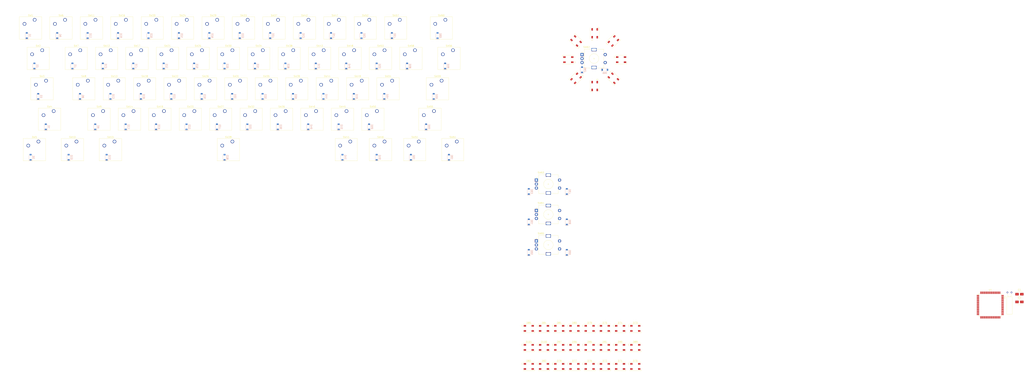
<source format=kicad_pcb>
(kicad_pcb (version 20171130) (host pcbnew 5.1.7)
  (layers (0 F.Cu signal) (31 B.Cu signal) (34 B.Paste user) (35 F.Paste user) (36 B.SilkS user) (37 F.SilkS user) (38 B.Mask user) (39 F.Mask user) (44 Edge.Cuts user))
  (net 0 "")
  (net 1 +5V)
  (net 2 "Net-(C1-Pad1)")
  (net 3 "Net-(C2-Pad1)")
  (net 4 "Net-(D1-Pad2)")
  (net 5 Row0)
  (net 6 "Net-(D2-Pad2)")
  (net 7 Row1)
  (net 8 "Net-(D3-Pad2)")
  (net 9 Row2)
  (net 10 "Net-(D4-Pad2)")
  (net 11 Row3)
  (net 12 "Net-(D5-Pad2)")
  (net 13 Row4)
  (net 14 "Net-(D6-Pad2)")
  (net 15 "Net-(D7-Pad2)")
  (net 16 "Net-(D8-Pad2)")
  (net 17 "Net-(D9-Pad2)")
  (net 18 "Net-(D10-Pad2)")
  (net 19 "Net-(D11-Pad2)")
  (net 20 "Net-(D12-Pad2)")
  (net 21 "Net-(D13-Pad2)")
  (net 22 "Net-(D14-Pad2)")
  (net 23 "Net-(D15-Pad2)")
  (net 24 "Net-(D16-Pad2)")
  (net 25 "Net-(D17-Pad2)")
  (net 26 "Net-(D18-Pad2)")
  (net 27 "Net-(D19-Pad2)")
  (net 28 "Net-(D20-Pad2)")
  (net 29 "Net-(D21-Pad2)")
  (net 30 "Net-(D22-Pad2)")
  (net 31 "Net-(D23-Pad2)")
  (net 32 "Net-(D24-Pad2)")
  (net 33 "Net-(D25-Pad2)")
  (net 34 "Net-(D26-Pad2)")
  (net 35 "Net-(D27-Pad2)")
  (net 36 "Net-(D28-Pad2)")
  (net 37 "Net-(D29-Pad2)")
  (net 38 "Net-(D30-Pad2)")
  (net 39 "Net-(D31-Pad2)")
  (net 40 "Net-(D32-Pad2)")
  (net 41 "Net-(D33-Pad2)")
  (net 42 "Net-(D34-Pad2)")
  (net 43 "Net-(D35-Pad2)")
  (net 44 "Net-(D36-Pad2)")
  (net 45 "Net-(D37-Pad2)")
  (net 46 "Net-(D38-Pad2)")
  (net 47 "Net-(D39-Pad2)")
  (net 48 "Net-(D40-Pad2)")
  (net 49 "Net-(D41-Pad2)")
  (net 50 "Net-(D42-Pad2)")
  (net 51 "Net-(D43-Pad2)")
  (net 52 "Net-(D44-Pad2)")
  (net 53 "Net-(D45-Pad2)")
  (net 54 "Net-(D46-Pad2)")
  (net 55 "Net-(D47-Pad2)")
  (net 56 "Net-(D48-Pad2)")
  (net 57 "Net-(D49-Pad2)")
  (net 58 "Net-(D50-Pad2)")
  (net 59 "Net-(D51-Pad2)")
  (net 60 "Net-(D52-Pad2)")
  (net 61 "Net-(D53-Pad2)")
  (net 62 "Net-(D54-Pad2)")
  (net 63 "Net-(D55-Pad2)")
  (net 64 "Net-(D56-Pad2)")
  (net 65 "Net-(D57-Pad2)")
  (net 66 "Net-(D58-Pad2)")
  (net 67 "Net-(D59-Pad2)")
  (net 68 "Net-(D60-Pad2)")
  (net 69 "Net-(D61-Pad2)")
  (net 70 "Net-(D62-Pad2)")
  (net 71 "Net-(D63-Pad2)")
  (net 72 "Net-(D64-Pad2)")
  (net 73 "Net-(D65-Pad2)")
  (net 74 "Net-(D66-Pad2)")
  (net 75 "Net-(D67-Pad2)")
  (net 76 "Net-(D68-Pad2)")
  (net 77 "Net-(D69-Pad2)")
  (net 78 Col0)
  (net 79 Col1)
  (net 80 Col2)
  (net 81 Col3)
  (net 82 Col4)
  (net 83 Col5)
  (net 84 Col6)
  (net 85 Col7)
  (net 86 Col8)
  (net 87 Col9)
  (net 88 Col10)
  (net 89 Col11)
  (net 90 Col12)
  (net 91 Col13)
  (net 92 Col14)
  (net 93 "Net-(U1-Pad64)")
  (net 94 GND)
  (net 95 "Net-(U1-Pad62)")
  (net 96 "Net-(U1-Pad61)")
  (net 97 "Net-(U1-Pad60)")
  (net 98 "Net-(U1-Pad59)")
  (net 99 "Net-(U1-Pad58)")
  (net 100 "Net-(U1-Pad57)")
  (net 101 "Net-(U1-Pad56)")
  (net 102 "Net-(U1-Pad55)")
  (net 103 "Net-(U1-Pad54)")
  (net 104 "Net-(U1-Pad21)")
  (net 105 "Net-(U1-Pad51)")
  (net 106 "Net-(U1-Pad50)")
  (net 107 "Net-(U1-Pad49)")
  (net 108 "Net-(U1-Pad48)")
  (net 109 "Net-(U1-Pad47)")
  (net 110 "Net-(U1-Pad46)")
  (net 111 "Net-(U1-Pad45)")
  (net 112 "Net-(U1-Pad44)")
  (net 113 "Net-(U1-Pad43)")
  (net 114 "Net-(U1-Pad42)")
  (net 115 "Net-(U1-Pad41)")
  (net 116 "Net-(U1-Pad40)")
  (net 117 "Net-(U1-Pad39)")
  (net 118 "Net-(U1-Pad38)")
  (net 119 "Net-(U1-Pad37)")
  (net 120 "Net-(U1-Pad36)")
  (net 121 "Net-(U1-Pad35)")
  (net 122 "Net-(U1-Pad34)")
  (net 123 "Net-(U1-Pad33)")
  (net 124 "Net-(U1-Pad32)")
  (net 125 "Net-(U1-Pad31)")
  (net 126 "Net-(U1-Pad30)")
  (net 127 "Net-(U1-Pad29)")
  (net 128 "Net-(U1-Pad28)")
  (net 129 "Net-(U1-Pad27)")
  (net 130 "Net-(U1-Pad26)")
  (net 131 "Net-(U1-Pad25)")
  (net 132 "Net-(U1-Pad20)")
  (net 133 "Net-(U1-Pad19)")
  (net 134 "Net-(U1-Pad18)")
  (net 135 "Net-(U1-Pad17)")
  (net 136 "Net-(U1-Pad16)")
  (net 137 "Net-(U1-Pad15)")
  (net 138 "Net-(U1-Pad14)")
  (net 139 "Net-(U1-Pad13)")
  (net 140 "Net-(U1-Pad12)")
  (net 141 "Net-(U1-Pad11)")
  (net 142 "Net-(U1-Pad10)")
  (net 143 "Net-(U1-Pad9)")
  (net 144 "Net-(U1-Pad8)")
  (net 145 "Net-(U1-Pad7)")
  (net 146 "Net-(U1-Pad6)")
  (net 147 "Net-(U1-Pad5)")
  (net 148 "Net-(U1-Pad4)")
  (net 149 "Net-(U1-Pad3)")
  (net 150 "Net-(U1-Pad2)")
  (net 151 "Net-(U1-Pad1)")
  (net 152 Col15)
  (net 153 "Net-(D70-Pad1)")
  (net 154 "Net-(D70-Pad2)")
  (net 155 encoders)
  (net 156 "Net-(D70-Pad3)")
  (net 157 "Net-(D71-Pad1)")
  (net 158 "Net-(D71-Pad2)")
  (net 159 "Net-(D71-Pad3)")
  (net 160 "Net-(D72-Pad1)")
  (net 161 "Net-(D72-Pad2)")
  (net 162 "Net-(D72-Pad3)")
  (net 163 "Net-(D73-Pad1)")
  (net 164 "Net-(D73-Pad2)")
  (net 165 "Net-(D101-Pad2)")
  (net 166 "Net-(D73-Pad3)")
  (net 167 "Net-(D74-Pad1)")
  (net 168 "Net-(D74-Pad2)")
  (net 169 "Net-(D74-Pad3)")
  (net 170 "Net-(D75-Pad1)")
  (net 171 "Net-(D75-Pad2)")
  (net 172 "Net-(D75-Pad3)")
  (net 173 "Net-(D76-Pad1)")
  (net 174 "Net-(D76-Pad2)")
  (net 175 "Net-(D76-Pad3)")
  (net 176 "Net-(D77-Pad1)")
  (net 177 "Net-(D77-Pad2)")
  (net 178 "Net-(D77-Pad3)")
  (net 179 "Net-(D78-Pad1)")
  (net 180 "Net-(D78-Pad2)")
  (net 181 "Net-(D78-Pad3)")
  (net 182 "Net-(D79-Pad1)")
  (net 183 "Net-(D79-Pad2)")
  (net 184 "Net-(D79-Pad3)")
  (net 185 "Net-(D80-Pad1)")
  (net 186 "Net-(D80-Pad2)")
  (net 187 "Net-(D80-Pad3)")
  (net 188 "Net-(D81-Pad1)")
  (net 189 "Net-(D81-Pad2)")
  (net 190 "Net-(D81-Pad3)")
  (net 191 "Net-(D82-Pad1)")
  (net 192 "Net-(D82-Pad2)")
  (net 193 "Net-(D82-Pad3)")
  (net 194 "Net-(D83-Pad1)")
  (net 195 "Net-(D83-Pad2)")
  (net 196 "Net-(D83-Pad3)")
  (net 197 "Net-(D84-Pad1)")
  (net 198 "Net-(D84-Pad2)")
  (net 199 "Net-(D84-Pad3)")
  (net 200 "Net-(D85-Pad1)")
  (net 201 "Net-(D85-Pad2)")
  (net 202 "Net-(D85-Pad3)")
  (net 203 "Net-(D86-Pad1)")
  (net 204 "Net-(D86-Pad2)")
  (net 205 "Net-(D86-Pad3)")
  (net 206 "Net-(D87-Pad1)")
  (net 207 "Net-(D87-Pad2)")
  (net 208 "Net-(D87-Pad3)")
  (net 209 "Net-(D88-Pad1)")
  (net 210 "Net-(D88-Pad2)")
  (net 211 "Net-(D88-Pad3)")
  (net 212 "Net-(D89-Pad1)")
  (net 213 "Net-(D89-Pad2)")
  (net 214 "Net-(D89-Pad3)")
  (net 215 "Net-(D90-Pad1)")
  (net 216 "Net-(D90-Pad2)")
  (net 217 "Net-(D90-Pad3)")
  (net 218 "Net-(D91-Pad1)")
  (net 219 "Net-(D91-Pad2)")
  (net 220 "Net-(D91-Pad3)")
  (net 221 "Net-(D92-Pad1)")
  (net 222 "Net-(D92-Pad2)")
  (net 223 "Net-(D92-Pad3)")
  (net 224 "Net-(D93-Pad1)")
  (net 225 "Net-(D93-Pad2)")
  (net 226 "Net-(D93-Pad3)")
  (net 227 "Net-(D94-Pad1)")
  (net 228 "Net-(D94-Pad2)")
  (net 229 "Net-(D94-Pad3)")
  (net 230 "Net-(D95-Pad1)")
  (net 231 "Net-(D95-Pad2)")
  (net 232 "Net-(D95-Pad3)")
  (net 233 "Net-(D96-Pad1)")
  (net 234 "Net-(D96-Pad2)")
  (net 235 "Net-(D96-Pad3)")
  (net 236 "Net-(D97-Pad1)")
  (net 237 "Net-(D100-Pad4)")
  (net 238 "Net-(D97-Pad3)")
  (net 239 "Net-(D98-Pad1)")
  (net 240 "Net-(D98-Pad2)")
  (net 241 "Net-(D98-Pad3)")
  (net 242 "Net-(D99-Pad1)")
  (net 243 "Net-(D99-Pad2)")
  (net 244 "Net-(D99-Pad3)")
  (net 245 "Net-(D100-Pad1)")
  (net 246 "Net-(D100-Pad2)")
  (net 247 "Net-(D100-Pad3)")
  (net 248 "Net-(D101-Pad1)")
  (net 249 "Net-(D101-Pad3)")
  (module Crystal:Crystal_AT310_D3.0mm_L10.0mm_Horizontal (layer F.Cu) (at 621.15 215.59375)
    (fp_text reference X1 (at -1.75 3 90) (layer F.SilkS))
    (fp_text value XTAL_GND)
    (pad 2 thru_hole circle (at 2.54 0) (size 1 1) (drill 0.5) (layers *.Cu *.Mask) (net 3 "Net-(C2-Pad1)"))
    (pad 1 thru_hole circle (at 0 0) (size 1 1) (drill 0.5) (layers *.Cu *.Mask) (net 2 "Net-(C1-Pad1)"))
  )
  (module Package_QFP:TQFP-64_14x14mm_P0.8mm (layer F.Cu) (at 610.4 223.49375)
    (fp_text reference U1 (at 0 -9.45) (layer F.SilkS))
    (fp_text value AT90USB1286-A)
    (pad 64 smd rect (at -6 -7.7 90) (size 1.5 0.55) (layers F.Cu F.Paste F.Mask) (net 93 "Net-(U1-Pad64)"))
    (pad 63 smd rect (at -5.2 -7.7 90) (size 1.5 0.55) (layers F.Cu F.Paste F.Mask) (net 94 GND))
    (pad 62 smd rect (at -4.4 -7.7 90) (size 1.5 0.55) (layers F.Cu F.Paste F.Mask) (net 95 "Net-(U1-Pad62)"))
    (pad 61 smd rect (at -3.6 -7.7 90) (size 1.5 0.55) (layers F.Cu F.Paste F.Mask) (net 96 "Net-(U1-Pad61)"))
    (pad 60 smd rect (at -2.8 -7.7 90) (size 1.5 0.55) (layers F.Cu F.Paste F.Mask) (net 97 "Net-(U1-Pad60)"))
    (pad 59 smd rect (at -2 -7.7 90) (size 1.5 0.55) (layers F.Cu F.Paste F.Mask) (net 98 "Net-(U1-Pad59)"))
    (pad 58 smd rect (at -1.2 -7.7 90) (size 1.5 0.55) (layers F.Cu F.Paste F.Mask) (net 99 "Net-(U1-Pad58)"))
    (pad 57 smd rect (at -0.4 -7.7 90) (size 1.5 0.55) (layers F.Cu F.Paste F.Mask) (net 100 "Net-(U1-Pad57)"))
    (pad 56 smd rect (at 0.4 -7.7 90) (size 1.5 0.55) (layers F.Cu F.Paste F.Mask) (net 101 "Net-(U1-Pad56)"))
    (pad 55 smd rect (at 1.2 -7.7 90) (size 1.5 0.55) (layers F.Cu F.Paste F.Mask) (net 102 "Net-(U1-Pad55)"))
    (pad 54 smd rect (at 2 -7.7 90) (size 1.5 0.55) (layers F.Cu F.Paste F.Mask) (net 103 "Net-(U1-Pad54)"))
    (pad 53 smd rect (at 2.8 -7.7 90) (size 1.5 0.55) (layers F.Cu F.Paste F.Mask) (net 94 GND))
    (pad 52 smd rect (at 3.6 -7.7 90) (size 1.5 0.55) (layers F.Cu F.Paste F.Mask) (net 104 "Net-(U1-Pad21)"))
    (pad 51 smd rect (at 4.4 -7.7 90) (size 1.5 0.55) (layers F.Cu F.Paste F.Mask) (net 105 "Net-(U1-Pad51)"))
    (pad 50 smd rect (at 5.2 -7.7 90) (size 1.5 0.55) (layers F.Cu F.Paste F.Mask) (net 106 "Net-(U1-Pad50)"))
    (pad 49 smd rect (at 6 -7.7 90) (size 1.5 0.55) (layers F.Cu F.Paste F.Mask) (net 107 "Net-(U1-Pad49)"))
    (pad 48 smd rect (at 7.7 -6) (size 1.5 0.55) (layers F.Cu F.Paste F.Mask) (net 108 "Net-(U1-Pad48)"))
    (pad 47 smd rect (at 7.7 -5.2) (size 1.5 0.55) (layers F.Cu F.Paste F.Mask) (net 109 "Net-(U1-Pad47)"))
    (pad 46 smd rect (at 7.7 -4.4) (size 1.5 0.55) (layers F.Cu F.Paste F.Mask) (net 110 "Net-(U1-Pad46)"))
    (pad 45 smd rect (at 7.7 -3.6) (size 1.5 0.55) (layers F.Cu F.Paste F.Mask) (net 111 "Net-(U1-Pad45)"))
    (pad 44 smd rect (at 7.7 -2.8) (size 1.5 0.55) (layers F.Cu F.Paste F.Mask) (net 112 "Net-(U1-Pad44)"))
    (pad 43 smd rect (at 7.7 -2) (size 1.5 0.55) (layers F.Cu F.Paste F.Mask) (net 113 "Net-(U1-Pad43)"))
    (pad 42 smd rect (at 7.7 -1.2) (size 1.5 0.55) (layers F.Cu F.Paste F.Mask) (net 114 "Net-(U1-Pad42)"))
    (pad 41 smd rect (at 7.7 -0.4) (size 1.5 0.55) (layers F.Cu F.Paste F.Mask) (net 115 "Net-(U1-Pad41)"))
    (pad 40 smd rect (at 7.7 0.4) (size 1.5 0.55) (layers F.Cu F.Paste F.Mask) (net 116 "Net-(U1-Pad40)"))
    (pad 39 smd rect (at 7.7 1.2) (size 1.5 0.55) (layers F.Cu F.Paste F.Mask) (net 117 "Net-(U1-Pad39)"))
    (pad 38 smd rect (at 7.7 2) (size 1.5 0.55) (layers F.Cu F.Paste F.Mask) (net 118 "Net-(U1-Pad38)"))
    (pad 37 smd rect (at 7.7 2.8) (size 1.5 0.55) (layers F.Cu F.Paste F.Mask) (net 119 "Net-(U1-Pad37)"))
    (pad 36 smd rect (at 7.7 3.6) (size 1.5 0.55) (layers F.Cu F.Paste F.Mask) (net 120 "Net-(U1-Pad36)"))
    (pad 35 smd rect (at 7.7 4.4) (size 1.5 0.55) (layers F.Cu F.Paste F.Mask) (net 121 "Net-(U1-Pad35)"))
    (pad 34 smd rect (at 7.7 5.2) (size 1.5 0.55) (layers F.Cu F.Paste F.Mask) (net 122 "Net-(U1-Pad34)"))
    (pad 33 smd rect (at 7.7 6) (size 1.5 0.55) (layers F.Cu F.Paste F.Mask) (net 123 "Net-(U1-Pad33)"))
    (pad 32 smd rect (at 6 7.7 90) (size 1.5 0.55) (layers F.Cu F.Paste F.Mask) (net 124 "Net-(U1-Pad32)"))
    (pad 31 smd rect (at 5.2 7.7 90) (size 1.5 0.55) (layers F.Cu F.Paste F.Mask) (net 125 "Net-(U1-Pad31)"))
    (pad 30 smd rect (at 4.4 7.7 90) (size 1.5 0.55) (layers F.Cu F.Paste F.Mask) (net 126 "Net-(U1-Pad30)"))
    (pad 29 smd rect (at 3.6 7.7 90) (size 1.5 0.55) (layers F.Cu F.Paste F.Mask) (net 127 "Net-(U1-Pad29)"))
    (pad 28 smd rect (at 2.8 7.7 90) (size 1.5 0.55) (layers F.Cu F.Paste F.Mask) (net 128 "Net-(U1-Pad28)"))
    (pad 27 smd rect (at 2 7.7 90) (size 1.5 0.55) (layers F.Cu F.Paste F.Mask) (net 129 "Net-(U1-Pad27)"))
    (pad 26 smd rect (at 1.2 7.7 90) (size 1.5 0.55) (layers F.Cu F.Paste F.Mask) (net 130 "Net-(U1-Pad26)"))
    (pad 25 smd rect (at 0.4 7.7 90) (size 1.5 0.55) (layers F.Cu F.Paste F.Mask) (net 131 "Net-(U1-Pad25)"))
    (pad 24 smd rect (at -0.4 7.7 90) (size 1.5 0.55) (layers F.Cu F.Paste F.Mask) (net 2 "Net-(C1-Pad1)"))
    (pad 23 smd rect (at -1.2 7.7 90) (size 1.5 0.55) (layers F.Cu F.Paste F.Mask) (net 3 "Net-(C2-Pad1)"))
    (pad 22 smd rect (at -2 7.7 90) (size 1.5 0.55) (layers F.Cu F.Paste F.Mask) (net 94 GND))
    (pad 21 smd rect (at -2.8 7.7 90) (size 1.5 0.55) (layers F.Cu F.Paste F.Mask) (net 104 "Net-(U1-Pad21)"))
    (pad 20 smd rect (at -3.6 7.7 90) (size 1.5 0.55) (layers F.Cu F.Paste F.Mask) (net 132 "Net-(U1-Pad20)"))
    (pad 19 smd rect (at -4.4 7.7 90) (size 1.5 0.55) (layers F.Cu F.Paste F.Mask) (net 133 "Net-(U1-Pad19)"))
    (pad 18 smd rect (at -5.2 7.7 90) (size 1.5 0.55) (layers F.Cu F.Paste F.Mask) (net 134 "Net-(U1-Pad18)"))
    (pad 17 smd rect (at -6 7.7 90) (size 1.5 0.55) (layers F.Cu F.Paste F.Mask) (net 135 "Net-(U1-Pad17)"))
    (pad 16 smd rect (at -7.7 6) (size 1.5 0.55) (layers F.Cu F.Paste F.Mask) (net 136 "Net-(U1-Pad16)"))
    (pad 15 smd rect (at -7.7 5.2) (size 1.5 0.55) (layers F.Cu F.Paste F.Mask) (net 137 "Net-(U1-Pad15)"))
    (pad 14 smd rect (at -7.7 4.4) (size 1.5 0.55) (layers F.Cu F.Paste F.Mask) (net 138 "Net-(U1-Pad14)"))
    (pad 13 smd rect (at -7.7 3.6) (size 1.5 0.55) (layers F.Cu F.Paste F.Mask) (net 139 "Net-(U1-Pad13)"))
    (pad 12 smd rect (at -7.7 2.8) (size 1.5 0.55) (layers F.Cu F.Paste F.Mask) (net 140 "Net-(U1-Pad12)"))
    (pad 11 smd rect (at -7.7 2) (size 1.5 0.55) (layers F.Cu F.Paste F.Mask) (net 141 "Net-(U1-Pad11)"))
    (pad 10 smd rect (at -7.7 1.2) (size 1.5 0.55) (layers F.Cu F.Paste F.Mask) (net 142 "Net-(U1-Pad10)"))
    (pad 9 smd rect (at -7.7 0.4) (size 1.5 0.55) (layers F.Cu F.Paste F.Mask) (net 143 "Net-(U1-Pad9)"))
    (pad 8 smd rect (at -7.7 -0.4) (size 1.5 0.55) (layers F.Cu F.Paste F.Mask) (net 144 "Net-(U1-Pad8)"))
    (pad 7 smd rect (at -7.7 -1.2) (size 1.5 0.55) (layers F.Cu F.Paste F.Mask) (net 145 "Net-(U1-Pad7)"))
    (pad 6 smd rect (at -7.7 -2) (size 1.5 0.55) (layers F.Cu F.Paste F.Mask) (net 146 "Net-(U1-Pad6)"))
    (pad 5 smd rect (at -7.7 -2.8) (size 1.5 0.55) (layers F.Cu F.Paste F.Mask) (net 147 "Net-(U1-Pad5)"))
    (pad 4 smd rect (at -7.7 -3.6) (size 1.5 0.55) (layers F.Cu F.Paste F.Mask) (net 148 "Net-(U1-Pad4)"))
    (pad 3 smd rect (at -7.7 -4.4) (size 1.5 0.55) (layers F.Cu F.Paste F.Mask) (net 149 "Net-(U1-Pad3)"))
    (pad 2 smd rect (at -7.7 -5.2) (size 1.5 0.55) (layers F.Cu F.Paste F.Mask) (net 150 "Net-(U1-Pad2)"))
    (pad 1 smd rect (at -7.7 -6) (size 1.5 0.55) (layers F.Cu F.Paste F.Mask) (net 151 "Net-(U1-Pad1)"))
  )
  (module Capacitor_SMD:CP_Elec_3x5.3 (layer F.Cu) (at 628.65 221.54375)
    (fp_text reference C2 (at 0 -2.7) (layer F.SilkS))
    (fp_text value 22p)
    (pad 2 smd rect (at 1.5 0) (size 2.2 1.6) (layers F.Cu F.Paste F.Mask) (net 1 +5V))
    (pad 1 smd rect (at -1.5 0) (size 2.2 1.6) (layers F.Cu F.Paste F.Mask) (net 3 "Net-(C2-Pad1)"))
  )
  (module Capacitor_SMD:CP_Elec_3x5.3 (layer F.Cu) (at 628.65 216.69375)
    (fp_text reference C1 (at 0 -2.7) (layer F.SilkS))
    (fp_text value 22p)
    (pad 2 smd rect (at 1.5 0) (size 2.2 1.6) (layers F.Cu F.Paste F.Mask) (net 1 +5V))
    (pad 1 smd rect (at -1.5 0) (size 2.2 1.6) (layers F.Cu F.Paste F.Mask) (net 2 "Net-(C1-Pad1)"))
  )
  (module LED_SMD:LED_WS2812B_PLCC4_5.0x5.0mm_P3.2mm (layer F.Cu) (at 330.99375 238.125)
    (fp_text reference D84 (at 0 -3.5) (layer F.SilkS))
    (fp_text value WS2812B)
    (fp_text user 1 (at -4.15 -1.6) (layer F.SilkS))
    (pad 1 smd rect (at -2.45 -1.6) (size 1.5 1) (layers F.Cu F.Paste F.Mask) (net 197 "Net-(D84-Pad1)"))
    (pad 2 smd rect (at -2.45 1.6) (size 1.5 1) (layers F.Cu F.Paste F.Mask) (net 198 "Net-(D84-Pad2)"))
    (pad 4 smd rect (at 2.45 -1.6) (size 1.5 1) (layers F.Cu F.Paste F.Mask) (net 189 "Net-(D81-Pad2)"))
    (pad 3 smd rect (at 2.45 1.6) (size 1.5 1) (layers F.Cu F.Paste F.Mask) (net 199 "Net-(D84-Pad3)"))
  )
  (module LED_SMD:LED_WS2812B_PLCC4_5.0x5.0mm_P3.2mm (layer F.Cu) (at 378.61875 261.9375)
    (fp_text reference D71 (at 0 -3.5) (layer F.SilkS))
    (fp_text value WS2812B)
    (fp_text user 1 (at -4.15 -1.6) (layer F.SilkS))
    (pad 1 smd rect (at -2.45 -1.6) (size 1.5 1) (layers F.Cu F.Paste F.Mask) (net 157 "Net-(D71-Pad1)"))
    (pad 2 smd rect (at -2.45 1.6) (size 1.5 1) (layers F.Cu F.Paste F.Mask) (net 158 "Net-(D71-Pad2)"))
    (pad 4 smd rect (at 2.45 -1.6) (size 1.5 1) (layers F.Cu F.Paste F.Mask) (net 154 "Net-(D70-Pad2)"))
    (pad 3 smd rect (at 2.45 1.6) (size 1.5 1) (layers F.Cu F.Paste F.Mask) (net 159 "Net-(D71-Pad3)"))
  )
  (module LED_SMD:LED_WS2812B_PLCC4_5.0x5.0mm_P3.2mm (layer F.Cu) (at 379.25375 69.85)
    (fp_text reference D98 hide)
    (fp_text value WS2812B)
    (fp_text user 1 (at -4.15 -1.6) (layer F.SilkS))
    (pad 1 smd rect (at -2.45 -1.6) (size 1.5 1) (layers F.Cu F.Paste F.Mask) (net 239 "Net-(D98-Pad1)"))
    (pad 2 smd rect (at -2.45 1.6) (size 1.5 1) (layers F.Cu F.Paste F.Mask) (net 240 "Net-(D98-Pad2)"))
    (pad 4 smd rect (at 2.45 -1.6) (size 1.5 1) (layers F.Cu F.Paste F.Mask) (net 228 "Net-(D94-Pad2)"))
    (pad 3 smd rect (at 2.45 1.6) (size 1.5 1) (layers F.Cu F.Paste F.Mask) (net 241 "Net-(D98-Pad3)"))
  )
  (module LED_SMD:LED_WS2812B_PLCC4_5.0x5.0mm_P3.2mm (layer F.Cu) (at 321.46875 250.03125)
    (fp_text reference D101 (at 0 -3.5) (layer F.SilkS))
    (fp_text value WS2812B)
    (fp_text user 1 (at -4.15 -1.6) (layer F.SilkS))
    (pad 1 smd rect (at -2.45 -1.6) (size 1.5 1) (layers F.Cu F.Paste F.Mask) (net 248 "Net-(D101-Pad1)"))
    (pad 2 smd rect (at -2.45 1.6) (size 1.5 1) (layers F.Cu F.Paste F.Mask) (net 165 "Net-(D101-Pad2)"))
    (pad 4 smd rect (at 2.45 -1.6) (size 1.5 1) (layers F.Cu F.Paste F.Mask) (net 246 "Net-(D100-Pad2)"))
    (pad 3 smd rect (at 2.45 1.6) (size 1.5 1) (layers F.Cu F.Paste F.Mask) (net 249 "Net-(D101-Pad3)"))
  )
  (module LED_SMD:LED_WS2812B_PLCC4_5.0x5.0mm_P3.2mm (layer F.Cu) (at 378.61875 250.03125)
    (fp_text reference D90 (at 0 -3.5) (layer F.SilkS))
    (fp_text value WS2812B)
    (fp_text user 1 (at -4.15 -1.6) (layer F.SilkS))
    (pad 1 smd rect (at -2.45 -1.6) (size 1.5 1) (layers F.Cu F.Paste F.Mask) (net 215 "Net-(D90-Pad1)"))
    (pad 2 smd rect (at -2.45 1.6) (size 1.5 1) (layers F.Cu F.Paste F.Mask) (net 216 "Net-(D90-Pad2)"))
    (pad 4 smd rect (at 2.45 -1.6) (size 1.5 1) (layers F.Cu F.Paste F.Mask) (net 213 "Net-(D89-Pad2)"))
    (pad 3 smd rect (at 2.45 1.6) (size 1.5 1) (layers F.Cu F.Paste F.Mask) (net 217 "Net-(D90-Pad3)"))
  )
  (module LED_SMD:LED_WS2812B_PLCC4_5.0x5.0mm_P3.2mm (layer F.Cu) (at 321.46875 238.125)
    (fp_text reference D85 (at 0 -3.5) (layer F.SilkS))
    (fp_text value WS2812B)
    (fp_text user 1 (at -4.15 -1.6) (layer F.SilkS))
    (pad 1 smd rect (at -2.45 -1.6) (size 1.5 1) (layers F.Cu F.Paste F.Mask) (net 200 "Net-(D85-Pad1)"))
    (pad 2 smd rect (at -2.45 1.6) (size 1.5 1) (layers F.Cu F.Paste F.Mask) (net 201 "Net-(D85-Pad2)"))
    (pad 4 smd rect (at 2.45 -1.6) (size 1.5 1) (layers F.Cu F.Paste F.Mask) (net 198 "Net-(D84-Pad2)"))
    (pad 3 smd rect (at 2.45 1.6) (size 1.5 1) (layers F.Cu F.Paste F.Mask) (net 202 "Net-(D85-Pad3)"))
  )
  (module LED_SMD:LED_WS2812B_PLCC4_5.0x5.0mm_P3.2mm (layer F.Cu) (at 340.51875 238.125)
    (fp_text reference D81 (at 0 -3.5) (layer F.SilkS))
    (fp_text value WS2812B)
    (fp_text user 1 (at -4.15 -1.6) (layer F.SilkS))
    (pad 1 smd rect (at -2.45 -1.6) (size 1.5 1) (layers F.Cu F.Paste F.Mask) (net 188 "Net-(D81-Pad1)"))
    (pad 2 smd rect (at -2.45 1.6) (size 1.5 1) (layers F.Cu F.Paste F.Mask) (net 189 "Net-(D81-Pad2)"))
    (pad 4 smd rect (at 2.45 -1.6) (size 1.5 1) (layers F.Cu F.Paste F.Mask) (net 186 "Net-(D80-Pad2)"))
    (pad 3 smd rect (at 2.45 1.6) (size 1.5 1) (layers F.Cu F.Paste F.Mask) (net 190 "Net-(D81-Pad3)"))
  )
  (module LED_SMD:LED_WS2812B_PLCC4_5.0x5.0mm_P3.2mm (layer F.Cu) (at 351.069417 81.524332 225)
    (fp_text reference D87 hide)
    (fp_text value WS2812B)
    (fp_text user 1 (at -4.15 -1.6 45) (layer F.SilkS))
    (pad 1 smd rect (at -2.45 -1.6 225) (size 1.5 1) (layers F.Cu F.Paste F.Mask) (net 206 "Net-(D87-Pad1)"))
    (pad 2 smd rect (at -2.45 1.6 225) (size 1.5 1) (layers F.Cu F.Paste F.Mask) (net 207 "Net-(D87-Pad2)"))
    (pad 4 smd rect (at 2.45 -1.6 225) (size 1.5 1) (layers F.Cu F.Paste F.Mask) (net 204 "Net-(D86-Pad2)"))
    (pad 3 smd rect (at 2.45 1.6 225) (size 1.5 1) (layers F.Cu F.Paste F.Mask) (net 208 "Net-(D87-Pad3)"))
  )
  (module LED_SMD:LED_WS2812B_PLCC4_5.0x5.0mm_P3.2mm (layer F.Cu) (at 350.04375 238.125)
    (fp_text reference D80 (at 0 -3.5) (layer F.SilkS))
    (fp_text value WS2812B)
    (fp_text user 1 (at -4.15 -1.6) (layer F.SilkS))
    (pad 1 smd rect (at -2.45 -1.6) (size 1.5 1) (layers F.Cu F.Paste F.Mask) (net 185 "Net-(D80-Pad1)"))
    (pad 2 smd rect (at -2.45 1.6) (size 1.5 1) (layers F.Cu F.Paste F.Mask) (net 186 "Net-(D80-Pad2)"))
    (pad 4 smd rect (at 2.45 -1.6) (size 1.5 1) (layers F.Cu F.Paste F.Mask) (net 183 "Net-(D79-Pad2)"))
    (pad 3 smd rect (at 2.45 1.6) (size 1.5 1) (layers F.Cu F.Paste F.Mask) (net 187 "Net-(D80-Pad3)"))
  )
  (module LED_SMD:LED_WS2812B_PLCC4_5.0x5.0mm_P3.2mm (layer F.Cu) (at 378.61875 238.125)
    (fp_text reference D74 (at 0 -3.5) (layer F.SilkS))
    (fp_text value WS2812B)
    (fp_text user 1 (at -4.15 -1.6) (layer F.SilkS))
    (pad 1 smd rect (at -2.45 -1.6) (size 1.5 1) (layers F.Cu F.Paste F.Mask) (net 167 "Net-(D74-Pad1)"))
    (pad 2 smd rect (at -2.45 1.6) (size 1.5 1) (layers F.Cu F.Paste F.Mask) (net 168 "Net-(D74-Pad2)"))
    (pad 4 smd rect (at 2.45 -1.6) (size 1.5 1) (layers F.Cu F.Paste F.Mask) (net 164 "Net-(D73-Pad2)"))
    (pad 3 smd rect (at 2.45 1.6) (size 1.5 1) (layers F.Cu F.Paste F.Mask) (net 169 "Net-(D74-Pad3)"))
  )
  (module LED_SMD:LED_WS2812B_PLCC4_5.0x5.0mm_P3.2mm (layer F.Cu) (at 362.74375 86.36 270)
    (fp_text reference D86 hide)
    (fp_text value WS2812B)
    (fp_text user 1 (at -4.15 -1.6 90) (layer F.SilkS))
    (pad 1 smd rect (at -2.45 -1.6 270) (size 1.5 1) (layers F.Cu F.Paste F.Mask) (net 203 "Net-(D86-Pad1)"))
    (pad 2 smd rect (at -2.45 1.6 270) (size 1.5 1) (layers F.Cu F.Paste F.Mask) (net 204 "Net-(D86-Pad2)"))
    (pad 4 smd rect (at 2.45 -1.6 270) (size 1.5 1) (layers F.Cu F.Paste F.Mask) (net 201 "Net-(D85-Pad2)"))
    (pad 3 smd rect (at 2.45 1.6 270) (size 1.5 1) (layers F.Cu F.Paste F.Mask) (net 205 "Net-(D86-Pad3)"))
  )
  (module LED_SMD:LED_WS2812B_PLCC4_5.0x5.0mm_P3.2mm (layer F.Cu) (at 369.09375 238.125)
    (fp_text reference D75 (at 0 -3.5) (layer F.SilkS))
    (fp_text value WS2812B)
    (fp_text user 1 (at -4.15 -1.6) (layer F.SilkS))
    (pad 1 smd rect (at -2.45 -1.6) (size 1.5 1) (layers F.Cu F.Paste F.Mask) (net 170 "Net-(D75-Pad1)"))
    (pad 2 smd rect (at -2.45 1.6) (size 1.5 1) (layers F.Cu F.Paste F.Mask) (net 171 "Net-(D75-Pad2)"))
    (pad 4 smd rect (at 2.45 -1.6) (size 1.5 1) (layers F.Cu F.Paste F.Mask) (net 168 "Net-(D74-Pad2)"))
    (pad 3 smd rect (at 2.45 1.6) (size 1.5 1) (layers F.Cu F.Paste F.Mask) (net 172 "Net-(D75-Pad3)"))
  )
  (module LED_SMD:LED_WS2812B_PLCC4_5.0x5.0mm_P3.2mm (layer F.Cu) (at 340.51875 250.03125)
    (fp_text reference D97 (at 0 -3.5) (layer F.SilkS))
    (fp_text value WS2812B)
    (fp_text user 1 (at -4.15 -1.6) (layer F.SilkS))
    (pad 1 smd rect (at -2.45 -1.6) (size 1.5 1) (layers F.Cu F.Paste F.Mask) (net 236 "Net-(D97-Pad1)"))
    (pad 2 smd rect (at -2.45 1.6) (size 1.5 1) (layers F.Cu F.Paste F.Mask) (net 237 "Net-(D100-Pad4)"))
    (pad 4 smd rect (at 2.45 -1.6) (size 1.5 1) (layers F.Cu F.Paste F.Mask) (net 234 "Net-(D96-Pad2)"))
    (pad 3 smd rect (at 2.45 1.6) (size 1.5 1) (layers F.Cu F.Paste F.Mask) (net 238 "Net-(D97-Pad3)"))
  )
  (module LED_SMD:LED_WS2812B_PLCC4_5.0x5.0mm_P3.2mm (layer F.Cu) (at 330.99375 250.03125)
    (fp_text reference D100 (at 0 -3.5) (layer F.SilkS))
    (fp_text value WS2812B)
    (fp_text user 1 (at -4.15 -1.6) (layer F.SilkS))
    (pad 1 smd rect (at -2.45 -1.6) (size 1.5 1) (layers F.Cu F.Paste F.Mask) (net 245 "Net-(D100-Pad1)"))
    (pad 2 smd rect (at -2.45 1.6) (size 1.5 1) (layers F.Cu F.Paste F.Mask) (net 246 "Net-(D100-Pad2)"))
    (pad 4 smd rect (at 2.45 -1.6) (size 1.5 1) (layers F.Cu F.Paste F.Mask) (net 237 "Net-(D100-Pad4)"))
    (pad 3 smd rect (at 2.45 1.6) (size 1.5 1) (layers F.Cu F.Paste F.Mask) (net 247 "Net-(D100-Pad3)"))
  )
  (module LED_SMD:LED_WS2812B_PLCC4_5.0x5.0mm_P3.2mm (layer F.Cu) (at 350.04375 250.03125)
    (fp_text reference D96 (at 0 -3.5) (layer F.SilkS))
    (fp_text value WS2812B)
    (fp_text user 1 (at -4.15 -1.6) (layer F.SilkS))
    (pad 1 smd rect (at -2.45 -1.6) (size 1.5 1) (layers F.Cu F.Paste F.Mask) (net 233 "Net-(D96-Pad1)"))
    (pad 2 smd rect (at -2.45 1.6) (size 1.5 1) (layers F.Cu F.Paste F.Mask) (net 234 "Net-(D96-Pad2)"))
    (pad 4 smd rect (at 2.45 -1.6) (size 1.5 1) (layers F.Cu F.Paste F.Mask) (net 231 "Net-(D95-Pad2)"))
    (pad 3 smd rect (at 2.45 1.6) (size 1.5 1) (layers F.Cu F.Paste F.Mask) (net 235 "Net-(D96-Pad3)"))
  )
  (module LED_SMD:LED_WS2812B_PLCC4_5.0x5.0mm_P3.2mm (layer F.Cu) (at 359.56875 250.03125)
    (fp_text reference D95 (at 0 -3.5) (layer F.SilkS))
    (fp_text value WS2812B)
    (fp_text user 1 (at -4.15 -1.6) (layer F.SilkS))
    (pad 1 smd rect (at -2.45 -1.6) (size 1.5 1) (layers F.Cu F.Paste F.Mask) (net 230 "Net-(D95-Pad1)"))
    (pad 2 smd rect (at -2.45 1.6) (size 1.5 1) (layers F.Cu F.Paste F.Mask) (net 231 "Net-(D95-Pad2)"))
    (pad 4 smd rect (at 2.45 -1.6) (size 1.5 1) (layers F.Cu F.Paste F.Mask) (net 219 "Net-(D91-Pad2)"))
    (pad 3 smd rect (at 2.45 1.6) (size 1.5 1) (layers F.Cu F.Paste F.Mask) (net 232 "Net-(D95-Pad3)"))
  )
  (module LED_SMD:LED_WS2812B_PLCC4_5.0x5.0mm_P3.2mm (layer F.Cu) (at 369.09375 250.03125)
    (fp_text reference D91 (at 0 -3.5) (layer F.SilkS))
    (fp_text value WS2812B)
    (fp_text user 1 (at -4.15 -1.6) (layer F.SilkS))
    (pad 1 smd rect (at -2.45 -1.6) (size 1.5 1) (layers F.Cu F.Paste F.Mask) (net 218 "Net-(D91-Pad1)"))
    (pad 2 smd rect (at -2.45 1.6) (size 1.5 1) (layers F.Cu F.Paste F.Mask) (net 219 "Net-(D91-Pad2)"))
    (pad 4 smd rect (at 2.45 -1.6) (size 1.5 1) (layers F.Cu F.Paste F.Mask) (net 216 "Net-(D90-Pad2)"))
    (pad 3 smd rect (at 2.45 1.6) (size 1.5 1) (layers F.Cu F.Paste F.Mask) (net 220 "Net-(D91-Pad3)"))
  )
  (module LED_SMD:LED_WS2812B_PLCC4_5.0x5.0mm_P3.2mm (layer F.Cu) (at 374.418082 58.175667 45)
    (fp_text reference D94 hide)
    (fp_text value WS2812B)
    (fp_text user 1 (at -4.15 -1.6 45) (layer F.SilkS))
    (pad 1 smd rect (at -2.45 -1.6 45) (size 1.5 1) (layers F.Cu F.Paste F.Mask) (net 227 "Net-(D94-Pad1)"))
    (pad 2 smd rect (at -2.45 1.6 45) (size 1.5 1) (layers F.Cu F.Paste F.Mask) (net 228 "Net-(D94-Pad2)"))
    (pad 4 smd rect (at 2.45 -1.6 45) (size 1.5 1) (layers F.Cu F.Paste F.Mask) (net 225 "Net-(D93-Pad2)"))
    (pad 3 smd rect (at 2.45 1.6 45) (size 1.5 1) (layers F.Cu F.Paste F.Mask) (net 229 "Net-(D94-Pad3)"))
  )
  (module LED_SMD:LED_WS2812B_PLCC4_5.0x5.0mm_P3.2mm (layer F.Cu) (at 350.04375 261.9375)
    (fp_text reference D77 (at 0 -3.5) (layer F.SilkS))
    (fp_text value WS2812B)
    (fp_text user 1 (at -4.15 -1.6) (layer F.SilkS))
    (pad 1 smd rect (at -2.45 -1.6) (size 1.5 1) (layers F.Cu F.Paste F.Mask) (net 176 "Net-(D77-Pad1)"))
    (pad 2 smd rect (at -2.45 1.6) (size 1.5 1) (layers F.Cu F.Paste F.Mask) (net 177 "Net-(D77-Pad2)"))
    (pad 4 smd rect (at 2.45 -1.6) (size 1.5 1) (layers F.Cu F.Paste F.Mask) (net 174 "Net-(D76-Pad2)"))
    (pad 3 smd rect (at 2.45 1.6) (size 1.5 1) (layers F.Cu F.Paste F.Mask) (net 178 "Net-(D77-Pad3)"))
  )
  (module LED_SMD:LED_WS2812B_PLCC4_5.0x5.0mm_P3.2mm (layer F.Cu) (at 374.418082 81.524332 315)
    (fp_text reference D99 hide)
    (fp_text value WS2812B)
    (fp_text user 1 (at -4.15 -1.6 315) (layer F.SilkS))
    (pad 1 smd rect (at -2.45 -1.6 315) (size 1.5 1) (layers F.Cu F.Paste F.Mask) (net 242 "Net-(D99-Pad1)"))
    (pad 2 smd rect (at -2.45 1.6 315) (size 1.5 1) (layers F.Cu F.Paste F.Mask) (net 243 "Net-(D99-Pad2)"))
    (pad 4 smd rect (at 2.45 -1.6 315) (size 1.5 1) (layers F.Cu F.Paste F.Mask) (net 240 "Net-(D98-Pad2)"))
    (pad 3 smd rect (at 2.45 1.6 315) (size 1.5 1) (layers F.Cu F.Paste F.Mask) (net 244 "Net-(D99-Pad3)"))
  )
  (module LED_SMD:LED_WS2812B_PLCC4_5.0x5.0mm_P3.2mm (layer F.Cu) (at 321.46875 261.9375)
    (fp_text reference D83 (at 0 -3.5) (layer F.SilkS))
    (fp_text value WS2812B)
    (fp_text user 1 (at -4.15 -1.6) (layer F.SilkS))
    (pad 1 smd rect (at -2.45 -1.6) (size 1.5 1) (layers F.Cu F.Paste F.Mask) (net 194 "Net-(D83-Pad1)"))
    (pad 2 smd rect (at -2.45 1.6) (size 1.5 1) (layers F.Cu F.Paste F.Mask) (net 195 "Net-(D83-Pad2)"))
    (pad 4 smd rect (at 2.45 -1.6) (size 1.5 1) (layers F.Cu F.Paste F.Mask) (net 192 "Net-(D82-Pad2)"))
    (pad 3 smd rect (at 2.45 1.6) (size 1.5 1) (layers F.Cu F.Paste F.Mask) (net 196 "Net-(D83-Pad3)"))
  )
  (module LED_SMD:LED_WS2812B_PLCC4_5.0x5.0mm_P3.2mm (layer F.Cu) (at 388.14375 250.03125)
    (fp_text reference D89 (at 0 -3.5) (layer F.SilkS))
    (fp_text value WS2812B)
    (fp_text user 1 (at -4.15 -1.6) (layer F.SilkS))
    (pad 1 smd rect (at -2.45 -1.6) (size 1.5 1) (layers F.Cu F.Paste F.Mask) (net 212 "Net-(D89-Pad1)"))
    (pad 2 smd rect (at -2.45 1.6) (size 1.5 1) (layers F.Cu F.Paste F.Mask) (net 213 "Net-(D89-Pad2)"))
    (pad 4 smd rect (at 2.45 -1.6) (size 1.5 1) (layers F.Cu F.Paste F.Mask) (net 195 "Net-(D83-Pad2)"))
    (pad 3 smd rect (at 2.45 1.6) (size 1.5 1) (layers F.Cu F.Paste F.Mask) (net 214 "Net-(D89-Pad3)"))
  )
  (module LED_SMD:LED_WS2812B_PLCC4_5.0x5.0mm_P3.2mm (layer F.Cu) (at 346.23375 69.85 180)
    (fp_text reference D88 hide)
    (fp_text value WS2812B)
    (fp_text user 1 (at -4.15 -1.6) (layer F.SilkS))
    (pad 1 smd rect (at -2.45 -1.6 180) (size 1.5 1) (layers F.Cu F.Paste F.Mask) (net 209 "Net-(D88-Pad1)"))
    (pad 2 smd rect (at -2.45 1.6 180) (size 1.5 1) (layers F.Cu F.Paste F.Mask) (net 210 "Net-(D88-Pad2)"))
    (pad 4 smd rect (at 2.45 -1.6 180) (size 1.5 1) (layers F.Cu F.Paste F.Mask) (net 207 "Net-(D87-Pad2)"))
    (pad 3 smd rect (at 2.45 1.6 180) (size 1.5 1) (layers F.Cu F.Paste F.Mask) (net 211 "Net-(D88-Pad3)"))
  )
  (module LED_SMD:LED_WS2812B_PLCC4_5.0x5.0mm_P3.2mm (layer F.Cu) (at 330.99375 261.9375)
    (fp_text reference D82 (at 0 -3.5) (layer F.SilkS))
    (fp_text value WS2812B)
    (fp_text user 1 (at -4.15 -1.6) (layer F.SilkS))
    (pad 1 smd rect (at -2.45 -1.6) (size 1.5 1) (layers F.Cu F.Paste F.Mask) (net 191 "Net-(D82-Pad1)"))
    (pad 2 smd rect (at -2.45 1.6) (size 1.5 1) (layers F.Cu F.Paste F.Mask) (net 192 "Net-(D82-Pad2)"))
    (pad 4 smd rect (at 2.45 -1.6) (size 1.5 1) (layers F.Cu F.Paste F.Mask) (net 180 "Net-(D78-Pad2)"))
    (pad 3 smd rect (at 2.45 1.6) (size 1.5 1) (layers F.Cu F.Paste F.Mask) (net 193 "Net-(D82-Pad3)"))
  )
  (module LED_SMD:LED_WS2812B_PLCC4_5.0x5.0mm_P3.2mm (layer F.Cu) (at 351.069417 58.175667 135)
    (fp_text reference D92 hide)
    (fp_text value WS2812B)
    (fp_text user 1 (at -4.15 -1.6 -45) (layer F.SilkS))
    (pad 1 smd rect (at -2.45 -1.6 135) (size 1.5 1) (layers F.Cu F.Paste F.Mask) (net 221 "Net-(D92-Pad1)"))
    (pad 2 smd rect (at -2.45 1.6 135) (size 1.5 1) (layers F.Cu F.Paste F.Mask) (net 222 "Net-(D92-Pad2)"))
    (pad 4 smd rect (at 2.45 -1.6 135) (size 1.5 1) (layers F.Cu F.Paste F.Mask) (net 210 "Net-(D88-Pad2)"))
    (pad 3 smd rect (at 2.45 1.6 135) (size 1.5 1) (layers F.Cu F.Paste F.Mask) (net 223 "Net-(D92-Pad3)"))
  )
  (module LED_SMD:LED_WS2812B_PLCC4_5.0x5.0mm_P3.2mm (layer F.Cu) (at 359.56875 261.9375)
    (fp_text reference D76 (at 0 -3.5) (layer F.SilkS))
    (fp_text value WS2812B)
    (fp_text user 1 (at -4.15 -1.6) (layer F.SilkS))
    (pad 1 smd rect (at -2.45 -1.6) (size 1.5 1) (layers F.Cu F.Paste F.Mask) (net 173 "Net-(D76-Pad1)"))
    (pad 2 smd rect (at -2.45 1.6) (size 1.5 1) (layers F.Cu F.Paste F.Mask) (net 174 "Net-(D76-Pad2)"))
    (pad 4 smd rect (at 2.45 -1.6) (size 1.5 1) (layers F.Cu F.Paste F.Mask) (net 161 "Net-(D72-Pad2)"))
    (pad 3 smd rect (at 2.45 1.6) (size 1.5 1) (layers F.Cu F.Paste F.Mask) (net 175 "Net-(D76-Pad3)"))
  )
  (module LED_SMD:LED_WS2812B_PLCC4_5.0x5.0mm_P3.2mm (layer F.Cu) (at 362.743749 53.34 90)
    (fp_text reference D93 hide)
    (fp_text value WS2812B)
    (fp_text user 1 (at -4.15 -1.6 90) (layer F.SilkS))
    (pad 1 smd rect (at -2.45 -1.6 90) (size 1.5 1) (layers F.Cu F.Paste F.Mask) (net 224 "Net-(D93-Pad1)"))
    (pad 2 smd rect (at -2.45 1.6 90) (size 1.5 1) (layers F.Cu F.Paste F.Mask) (net 225 "Net-(D93-Pad2)"))
    (pad 4 smd rect (at 2.45 -1.6 90) (size 1.5 1) (layers F.Cu F.Paste F.Mask) (net 222 "Net-(D92-Pad2)"))
    (pad 3 smd rect (at 2.45 1.6 90) (size 1.5 1) (layers F.Cu F.Paste F.Mask) (net 226 "Net-(D93-Pad3)"))
  )
  (module LED_SMD:LED_WS2812B_PLCC4_5.0x5.0mm_P3.2mm (layer F.Cu) (at 340.51875 261.9375)
    (fp_text reference D78 (at 0 -3.5) (layer F.SilkS))
    (fp_text value WS2812B)
    (fp_text user 1 (at -4.15 -1.6) (layer F.SilkS))
    (pad 1 smd rect (at -2.45 -1.6) (size 1.5 1) (layers F.Cu F.Paste F.Mask) (net 179 "Net-(D78-Pad1)"))
    (pad 2 smd rect (at -2.45 1.6) (size 1.5 1) (layers F.Cu F.Paste F.Mask) (net 180 "Net-(D78-Pad2)"))
    (pad 4 smd rect (at 2.45 -1.6) (size 1.5 1) (layers F.Cu F.Paste F.Mask) (net 177 "Net-(D77-Pad2)"))
    (pad 3 smd rect (at 2.45 1.6) (size 1.5 1) (layers F.Cu F.Paste F.Mask) (net 181 "Net-(D78-Pad3)"))
  )
  (module LED_SMD:LED_WS2812B_PLCC4_5.0x5.0mm_P3.2mm (layer F.Cu) (at 359.56875 238.125)
    (fp_text reference D79 (at 0 -3.5) (layer F.SilkS))
    (fp_text value WS2812B)
    (fp_text user 1 (at -4.15 -1.6) (layer F.SilkS))
    (pad 1 smd rect (at -2.45 -1.6) (size 1.5 1) (layers F.Cu F.Paste F.Mask) (net 182 "Net-(D79-Pad1)"))
    (pad 2 smd rect (at -2.45 1.6) (size 1.5 1) (layers F.Cu F.Paste F.Mask) (net 183 "Net-(D79-Pad2)"))
    (pad 4 smd rect (at 2.45 -1.6) (size 1.5 1) (layers F.Cu F.Paste F.Mask) (net 171 "Net-(D75-Pad2)"))
    (pad 3 smd rect (at 2.45 1.6) (size 1.5 1) (layers F.Cu F.Paste F.Mask) (net 184 "Net-(D79-Pad3)"))
  )
  (module LED_SMD:LED_WS2812B_PLCC4_5.0x5.0mm_P3.2mm (layer F.Cu) (at 369.09375 261.9375)
    (fp_text reference D72 (at 0 -3.5) (layer F.SilkS))
    (fp_text value WS2812B)
    (fp_text user 1 (at -4.15 -1.6) (layer F.SilkS))
    (pad 1 smd rect (at -2.45 -1.6) (size 1.5 1) (layers F.Cu F.Paste F.Mask) (net 160 "Net-(D72-Pad1)"))
    (pad 2 smd rect (at -2.45 1.6) (size 1.5 1) (layers F.Cu F.Paste F.Mask) (net 161 "Net-(D72-Pad2)"))
    (pad 4 smd rect (at 2.45 -1.6) (size 1.5 1) (layers F.Cu F.Paste F.Mask) (net 158 "Net-(D71-Pad2)"))
    (pad 3 smd rect (at 2.45 1.6) (size 1.5 1) (layers F.Cu F.Paste F.Mask) (net 162 "Net-(D72-Pad3)"))
  )
  (module LED_SMD:LED_WS2812B_PLCC4_5.0x5.0mm_P3.2mm (layer F.Cu) (at 388.14375 238.125)
    (fp_text reference D73 (at 0 -3.5) (layer F.SilkS))
    (fp_text value WS2812B)
    (fp_text user 1 (at -4.15 -1.6) (layer F.SilkS))
    (pad 1 smd rect (at -2.45 -1.6) (size 1.5 1) (layers F.Cu F.Paste F.Mask) (net 163 "Net-(D73-Pad1)"))
    (pad 2 smd rect (at -2.45 1.6) (size 1.5 1) (layers F.Cu F.Paste F.Mask) (net 164 "Net-(D73-Pad2)"))
    (pad 4 smd rect (at 2.45 -1.6) (size 1.5 1) (layers F.Cu F.Paste F.Mask) (net 165 "Net-(D101-Pad2)"))
    (pad 3 smd rect (at 2.45 1.6) (size 1.5 1) (layers F.Cu F.Paste F.Mask) (net 166 "Net-(D73-Pad3)"))
  )
  (module LED_SMD:LED_WS2812B_PLCC4_5.0x5.0mm_P3.2mm (layer F.Cu) (at 388.14375 261.9375)
    (fp_text reference D70 (at 0 -3.5) (layer F.SilkS))
    (fp_text value WS2812B)
    (fp_text user 1 (at -4.15 -1.6) (layer F.SilkS))
    (pad 1 smd rect (at -2.45 -1.6) (size 1.5 1) (layers F.Cu F.Paste F.Mask) (net 153 "Net-(D70-Pad1)"))
    (pad 2 smd rect (at -2.45 1.6) (size 1.5 1) (layers F.Cu F.Paste F.Mask) (net 154 "Net-(D70-Pad2)"))
    (pad 4 smd rect (at 2.45 -1.6) (size 1.5 1) (layers F.Cu F.Paste F.Mask) (net 155 encoders))
    (pad 3 smd rect (at 2.45 1.6) (size 1.5 1) (layers F.Cu F.Paste F.Mask) (net 156 "Net-(D70-Pad3)"))
  )
  (module Diode_SMD:D_SOD-123 (layer B.Cu) (at 345.28125 190.5 90)
    (fp_text reference D69 (at 0 2 -90) (layer B.SilkS) (effects (justify mirror)))
    (fp_text value D)
    (pad 2 smd rect (at 1.65 0 90) (size 0.9 1.2) (layers B.Cu B.Paste B.Mask) (net 77 "Net-(D69-Pad2)"))
    (pad 1 smd rect (at -1.65 0 90) (size 0.9 1.2) (layers B.Cu B.Paste B.Mask) (net 11 Row3))
  )
  (module Diode_SMD:D_SOD-123 (layer B.Cu) (at 345.28125 171.45 90)
    (fp_text reference D68 (at 0 2 -90) (layer B.SilkS) (effects (justify mirror)))
    (fp_text value D)
    (pad 2 smd rect (at 1.65 0 90) (size 0.9 1.2) (layers B.Cu B.Paste B.Mask) (net 76 "Net-(D68-Pad2)"))
    (pad 1 smd rect (at -1.65 0 90) (size 0.9 1.2) (layers B.Cu B.Paste B.Mask) (net 9 Row2))
  )
  (module Diode_SMD:D_SOD-123 (layer B.Cu) (at 345.28125 152.4 90)
    (fp_text reference D67 (at 0 2 -90) (layer B.SilkS) (effects (justify mirror)))
    (fp_text value D)
    (pad 2 smd rect (at 1.65 0 90) (size 0.9 1.2) (layers B.Cu B.Paste B.Mask) (net 75 "Net-(D67-Pad2)"))
    (pad 1 smd rect (at -1.65 0 90) (size 0.9 1.2) (layers B.Cu B.Paste B.Mask) (net 7 Row1))
  )
  (module Diode_SMD:D_SOD-123 (layer B.Cu) (at 369.09375 76.2)
    (fp_text reference D66 (at 0 2 180) (layer B.SilkS) (effects (justify mirror)))
    (fp_text value D)
    (pad 2 smd rect (at 1.65 0) (size 0.9 1.2) (layers B.Cu B.Paste B.Mask) (net 74 "Net-(D66-Pad2)"))
    (pad 1 smd rect (at -1.65 0) (size 0.9 1.2) (layers B.Cu B.Paste B.Mask) (net 5 Row0))
  )
  (module Diode_SMD:D_SOD-123 (layer B.Cu) (at 321.46875 190.5 90)
    (fp_text reference D65 (at 0 2 -90) (layer B.SilkS) (effects (justify mirror)))
    (fp_text value D)
    (pad 2 smd rect (at 1.65 0 90) (size 0.9 1.2) (layers B.Cu B.Paste B.Mask) (net 73 "Net-(D65-Pad2)"))
    (pad 1 smd rect (at -1.65 0 90) (size 0.9 1.2) (layers B.Cu B.Paste B.Mask) (net 11 Row3))
  )
  (module Diode_SMD:D_SOD-123 (layer B.Cu) (at 321.46875 171.45 90)
    (fp_text reference D64 (at 0 2 -90) (layer B.SilkS) (effects (justify mirror)))
    (fp_text value D)
    (pad 2 smd rect (at 1.65 0 90) (size 0.9 1.2) (layers B.Cu B.Paste B.Mask) (net 72 "Net-(D64-Pad2)"))
    (pad 1 smd rect (at -1.65 0 90) (size 0.9 1.2) (layers B.Cu B.Paste B.Mask) (net 9 Row2))
  )
  (module Diode_SMD:D_SOD-123 (layer B.Cu) (at 321.46875 152.4 90)
    (fp_text reference D63 (at 0 2 -90) (layer B.SilkS) (effects (justify mirror)))
    (fp_text value D)
    (pad 2 smd rect (at 1.65 0 90) (size 0.9 1.2) (layers B.Cu B.Paste B.Mask) (net 71 "Net-(D63-Pad2)"))
    (pad 1 smd rect (at -1.65 0 90) (size 0.9 1.2) (layers B.Cu B.Paste B.Mask) (net 7 Row1))
  )
  (module Diode_SMD:D_SOD-123 (layer B.Cu) (at 354.80625 76.2 90)
    (fp_text reference D62 (at 0 2 -90) (layer B.SilkS) (effects (justify mirror)))
    (fp_text value D)
    (pad 2 smd rect (at 1.65 0 90) (size 0.9 1.2) (layers B.Cu B.Paste B.Mask) (net 70 "Net-(D62-Pad2)"))
    (pad 1 smd rect (at -1.65 0 90) (size 0.9 1.2) (layers B.Cu B.Paste B.Mask) (net 5 Row0))
  )
  (module Diode_SMD:D_SOD-123 (layer B.Cu) (at 271.4625 130.96875 90)
    (fp_text reference D61 (at 0 2 -90) (layer B.SilkS) (effects (justify mirror)))
    (fp_text value D)
    (pad 2 smd rect (at 1.65 0 90) (size 0.9 1.2) (layers B.Cu B.Paste B.Mask) (net 69 "Net-(D61-Pad2)"))
    (pad 1 smd rect (at -1.65 0 90) (size 0.9 1.2) (layers B.Cu B.Paste B.Mask) (net 13 Row4))
  )
  (module Diode_SMD:D_SOD-123 (layer B.Cu) (at 264.31875 54.76875 90)
    (fp_text reference D60 (at 0 2 -90) (layer B.SilkS) (effects (justify mirror)))
    (fp_text value D)
    (pad 2 smd rect (at 1.65 0 90) (size 0.9 1.2) (layers B.Cu B.Paste B.Mask) (net 68 "Net-(D60-Pad2)"))
    (pad 1 smd rect (at -1.65 0 90) (size 0.9 1.2) (layers B.Cu B.Paste B.Mask) (net 11 Row3))
  )
  (module Diode_SMD:D_SOD-123 (layer B.Cu) (at 261.9375 92.86875 90)
    (fp_text reference D59 (at 0 2 -90) (layer B.SilkS) (effects (justify mirror)))
    (fp_text value D)
    (pad 2 smd rect (at 1.65 0 90) (size 0.9 1.2) (layers B.Cu B.Paste B.Mask) (net 67 "Net-(D59-Pad2)"))
    (pad 1 smd rect (at -1.65 0 90) (size 0.9 1.2) (layers B.Cu B.Paste B.Mask) (net 9 Row2))
  )
  (module Diode_SMD:D_SOD-123 (layer B.Cu) (at 245.26875 73.81875 90)
    (fp_text reference D58 (at 0 2 -90) (layer B.SilkS) (effects (justify mirror)))
    (fp_text value D)
    (pad 2 smd rect (at 1.65 0 90) (size 0.9 1.2) (layers B.Cu B.Paste B.Mask) (net 66 "Net-(D58-Pad2)"))
    (pad 1 smd rect (at -1.65 0 90) (size 0.9 1.2) (layers B.Cu B.Paste B.Mask) (net 7 Row1))
  )
  (module Diode_SMD:D_SOD-123 (layer B.Cu) (at 235.74375 54.76875 90)
    (fp_text reference D57 (at 0 2 -90) (layer B.SilkS) (effects (justify mirror)))
    (fp_text value D)
    (pad 2 smd rect (at 1.65 0 90) (size 0.9 1.2) (layers B.Cu B.Paste B.Mask) (net 65 "Net-(D57-Pad2)"))
    (pad 1 smd rect (at -1.65 0 90) (size 0.9 1.2) (layers B.Cu B.Paste B.Mask) (net 5 Row0))
  )
  (module Diode_SMD:D_SOD-123 (layer B.Cu) (at 269.08125 73.81875 90)
    (fp_text reference D56 (at 0 2 -90) (layer B.SilkS) (effects (justify mirror)))
    (fp_text value D)
    (pad 2 smd rect (at 1.65 0 90) (size 0.9 1.2) (layers B.Cu B.Paste B.Mask) (net 64 "Net-(D56-Pad2)"))
    (pad 1 smd rect (at -1.65 0 90) (size 0.9 1.2) (layers B.Cu B.Paste B.Mask) (net 13 Row4))
  )
  (module Diode_SMD:D_SOD-123 (layer B.Cu) (at 257.175 111.91875 90)
    (fp_text reference D55 (at 0 2 -90) (layer B.SilkS) (effects (justify mirror)))
    (fp_text value D)
    (pad 2 smd rect (at 1.65 0 90) (size 0.9 1.2) (layers B.Cu B.Paste B.Mask) (net 63 "Net-(D55-Pad2)"))
    (pad 1 smd rect (at -1.65 0 90) (size 0.9 1.2) (layers B.Cu B.Paste B.Mask) (net 11 Row3))
  )
  (module Diode_SMD:D_SOD-123 (layer B.Cu) (at 230.98125 92.86875 90)
    (fp_text reference D54 (at 0 2 -90) (layer B.SilkS) (effects (justify mirror)))
    (fp_text value D)
    (pad 2 smd rect (at 1.65 0 90) (size 0.9 1.2) (layers B.Cu B.Paste B.Mask) (net 62 "Net-(D54-Pad2)"))
    (pad 1 smd rect (at -1.65 0 90) (size 0.9 1.2) (layers B.Cu B.Paste B.Mask) (net 9 Row2))
  )
  (module Diode_SMD:D_SOD-123 (layer B.Cu) (at 226.21875 73.81875 90)
    (fp_text reference D53 (at 0 2 -90) (layer B.SilkS) (effects (justify mirror)))
    (fp_text value D)
    (pad 2 smd rect (at 1.65 0 90) (size 0.9 1.2) (layers B.Cu B.Paste B.Mask) (net 61 "Net-(D53-Pad2)"))
    (pad 1 smd rect (at -1.65 0 90) (size 0.9 1.2) (layers B.Cu B.Paste B.Mask) (net 7 Row1))
  )
  (module Diode_SMD:D_SOD-123 (layer B.Cu) (at 216.69375 54.76875 90)
    (fp_text reference D52 (at 0 2 -90) (layer B.SilkS) (effects (justify mirror)))
    (fp_text value D)
    (pad 2 smd rect (at 1.65 0 90) (size 0.9 1.2) (layers B.Cu B.Paste B.Mask) (net 60 "Net-(D52-Pad2)"))
    (pad 1 smd rect (at -1.65 0 90) (size 0.9 1.2) (layers B.Cu B.Paste B.Mask) (net 5 Row0))
  )
  (module Diode_SMD:D_SOD-123 (layer B.Cu) (at 247.65 130.96875 90)
    (fp_text reference D51 (at 0 2 -90) (layer B.SilkS) (effects (justify mirror)))
    (fp_text value D)
    (pad 2 smd rect (at 1.65 0 90) (size 0.9 1.2) (layers B.Cu B.Paste B.Mask) (net 59 "Net-(D51-Pad2)"))
    (pad 1 smd rect (at -1.65 0 90) (size 0.9 1.2) (layers B.Cu B.Paste B.Mask) (net 13 Row4))
  )
  (module Diode_SMD:D_SOD-123 (layer B.Cu) (at 221.45625 111.91875 90)
    (fp_text reference D50 (at 0 2 -90) (layer B.SilkS) (effects (justify mirror)))
    (fp_text value D)
    (pad 2 smd rect (at 1.65 0 90) (size 0.9 1.2) (layers B.Cu B.Paste B.Mask) (net 58 "Net-(D50-Pad2)"))
    (pad 1 smd rect (at -1.65 0 90) (size 0.9 1.2) (layers B.Cu B.Paste B.Mask) (net 11 Row3))
  )
  (module Diode_SMD:D_SOD-123 (layer B.Cu) (at 211.93125 92.86875 90)
    (fp_text reference D49 (at 0 2 -90) (layer B.SilkS) (effects (justify mirror)))
    (fp_text value D)
    (pad 2 smd rect (at 1.65 0 90) (size 0.9 1.2) (layers B.Cu B.Paste B.Mask) (net 57 "Net-(D49-Pad2)"))
    (pad 1 smd rect (at -1.65 0 90) (size 0.9 1.2) (layers B.Cu B.Paste B.Mask) (net 9 Row2))
  )
  (module Diode_SMD:D_SOD-123 (layer B.Cu) (at 207.16875 73.81875 90)
    (fp_text reference D48 (at 0 2 -90) (layer B.SilkS) (effects (justify mirror)))
    (fp_text value D)
    (pad 2 smd rect (at 1.65 0 90) (size 0.9 1.2) (layers B.Cu B.Paste B.Mask) (net 56 "Net-(D48-Pad2)"))
    (pad 1 smd rect (at -1.65 0 90) (size 0.9 1.2) (layers B.Cu B.Paste B.Mask) (net 7 Row1))
  )
  (module Diode_SMD:D_SOD-123 (layer B.Cu) (at 197.64375 54.76875 90)
    (fp_text reference D47 (at 0 2 -90) (layer B.SilkS) (effects (justify mirror)))
    (fp_text value D)
    (pad 2 smd rect (at 1.65 0 90) (size 0.9 1.2) (layers B.Cu B.Paste B.Mask) (net 55 "Net-(D47-Pad2)"))
    (pad 1 smd rect (at -1.65 0 90) (size 0.9 1.2) (layers B.Cu B.Paste B.Mask) (net 5 Row0))
  )
  (module Diode_SMD:D_SOD-123 (layer B.Cu) (at 226.21875 130.96875 90)
    (fp_text reference D46 (at 0 2 -90) (layer B.SilkS) (effects (justify mirror)))
    (fp_text value D)
    (pad 2 smd rect (at 1.65 0 90) (size 0.9 1.2) (layers B.Cu B.Paste B.Mask) (net 54 "Net-(D46-Pad2)"))
    (pad 1 smd rect (at -1.65 0 90) (size 0.9 1.2) (layers B.Cu B.Paste B.Mask) (net 13 Row4))
  )
  (module Diode_SMD:D_SOD-123 (layer B.Cu) (at 202.40625 111.91875 90)
    (fp_text reference D45 (at 0 2 -90) (layer B.SilkS) (effects (justify mirror)))
    (fp_text value D)
    (pad 2 smd rect (at 1.65 0 90) (size 0.9 1.2) (layers B.Cu B.Paste B.Mask) (net 53 "Net-(D45-Pad2)"))
    (pad 1 smd rect (at -1.65 0 90) (size 0.9 1.2) (layers B.Cu B.Paste B.Mask) (net 11 Row3))
  )
  (module Diode_SMD:D_SOD-123 (layer B.Cu) (at 192.88125 92.86875 90)
    (fp_text reference D44 (at 0 2 -90) (layer B.SilkS) (effects (justify mirror)))
    (fp_text value D)
    (pad 2 smd rect (at 1.65 0 90) (size 0.9 1.2) (layers B.Cu B.Paste B.Mask) (net 52 "Net-(D44-Pad2)"))
    (pad 1 smd rect (at -1.65 0 90) (size 0.9 1.2) (layers B.Cu B.Paste B.Mask) (net 9 Row2))
  )
  (module Diode_SMD:D_SOD-123 (layer B.Cu) (at 188.11875 73.81875 90)
    (fp_text reference D43 (at 0 2 -90) (layer B.SilkS) (effects (justify mirror)))
    (fp_text value D)
    (pad 2 smd rect (at 1.65 0 90) (size 0.9 1.2) (layers B.Cu B.Paste B.Mask) (net 51 "Net-(D43-Pad2)"))
    (pad 1 smd rect (at -1.65 0 90) (size 0.9 1.2) (layers B.Cu B.Paste B.Mask) (net 7 Row1))
  )
  (module Diode_SMD:D_SOD-123 (layer B.Cu) (at 178.59375 54.76875 90)
    (fp_text reference D42 (at 0 2 -90) (layer B.SilkS) (effects (justify mirror)))
    (fp_text value D)
    (pad 2 smd rect (at 1.65 0 90) (size 0.9 1.2) (layers B.Cu B.Paste B.Mask) (net 50 "Net-(D42-Pad2)"))
    (pad 1 smd rect (at -1.65 0 90) (size 0.9 1.2) (layers B.Cu B.Paste B.Mask) (net 5 Row0))
  )
  (module Diode_SMD:D_SOD-123 (layer B.Cu) (at 204.7875 130.96875 90)
    (fp_text reference D41 (at 0 2 -90) (layer B.SilkS) (effects (justify mirror)))
    (fp_text value D)
    (pad 2 smd rect (at 1.65 0 90) (size 0.9 1.2) (layers B.Cu B.Paste B.Mask) (net 49 "Net-(D41-Pad2)"))
    (pad 1 smd rect (at -1.65 0 90) (size 0.9 1.2) (layers B.Cu B.Paste B.Mask) (net 13 Row4))
  )
  (module Diode_SMD:D_SOD-123 (layer B.Cu) (at 183.35625 111.91875 90)
    (fp_text reference D40 (at 0 2 -90) (layer B.SilkS) (effects (justify mirror)))
    (fp_text value D)
    (pad 2 smd rect (at 1.65 0 90) (size 0.9 1.2) (layers B.Cu B.Paste B.Mask) (net 48 "Net-(D40-Pad2)"))
    (pad 1 smd rect (at -1.65 0 90) (size 0.9 1.2) (layers B.Cu B.Paste B.Mask) (net 11 Row3))
  )
  (module Diode_SMD:D_SOD-123 (layer B.Cu) (at 173.83125 92.86875 90)
    (fp_text reference D39 (at 0 2 -90) (layer B.SilkS) (effects (justify mirror)))
    (fp_text value D)
    (pad 2 smd rect (at 1.65 0 90) (size 0.9 1.2) (layers B.Cu B.Paste B.Mask) (net 47 "Net-(D39-Pad2)"))
    (pad 1 smd rect (at -1.65 0 90) (size 0.9 1.2) (layers B.Cu B.Paste B.Mask) (net 9 Row2))
  )
  (module Diode_SMD:D_SOD-123 (layer B.Cu) (at 169.06875 73.81875 90)
    (fp_text reference D38 (at 0 2 -90) (layer B.SilkS) (effects (justify mirror)))
    (fp_text value D)
    (pad 2 smd rect (at 1.65 0 90) (size 0.9 1.2) (layers B.Cu B.Paste B.Mask) (net 46 "Net-(D38-Pad2)"))
    (pad 1 smd rect (at -1.65 0 90) (size 0.9 1.2) (layers B.Cu B.Paste B.Mask) (net 7 Row1))
  )
  (module Diode_SMD:D_SOD-123 (layer B.Cu) (at 159.54375 54.76875 90)
    (fp_text reference D37 (at 0 2 -90) (layer B.SilkS) (effects (justify mirror)))
    (fp_text value D)
    (pad 2 smd rect (at 1.65 0 90) (size 0.9 1.2) (layers B.Cu B.Paste B.Mask) (net 45 "Net-(D37-Pad2)"))
    (pad 1 smd rect (at -1.65 0 90) (size 0.9 1.2) (layers B.Cu B.Paste B.Mask) (net 5 Row0))
  )
  (module Diode_SMD:D_SOD-123 (layer B.Cu) (at 164.30625 111.91875 90)
    (fp_text reference D36 (at 0 2 -90) (layer B.SilkS) (effects (justify mirror)))
    (fp_text value D)
    (pad 2 smd rect (at 1.65 0 90) (size 0.9 1.2) (layers B.Cu B.Paste B.Mask) (net 44 "Net-(D36-Pad2)"))
    (pad 1 smd rect (at -1.65 0 90) (size 0.9 1.2) (layers B.Cu B.Paste B.Mask) (net 11 Row3))
  )
  (module Diode_SMD:D_SOD-123 (layer B.Cu) (at 154.78125 92.86875 90)
    (fp_text reference D35 (at 0 2 -90) (layer B.SilkS) (effects (justify mirror)))
    (fp_text value D)
    (pad 2 smd rect (at 1.65 0 90) (size 0.9 1.2) (layers B.Cu B.Paste B.Mask) (net 43 "Net-(D35-Pad2)"))
    (pad 1 smd rect (at -1.65 0 90) (size 0.9 1.2) (layers B.Cu B.Paste B.Mask) (net 9 Row2))
  )
  (module Diode_SMD:D_SOD-123 (layer B.Cu) (at 150.01875 73.81875 90)
    (fp_text reference D34 (at 0 2 -90) (layer B.SilkS) (effects (justify mirror)))
    (fp_text value D)
    (pad 2 smd rect (at 1.65 0 90) (size 0.9 1.2) (layers B.Cu B.Paste B.Mask) (net 42 "Net-(D34-Pad2)"))
    (pad 1 smd rect (at -1.65 0 90) (size 0.9 1.2) (layers B.Cu B.Paste B.Mask) (net 7 Row1))
  )
  (module Diode_SMD:D_SOD-123 (layer B.Cu) (at 140.49375 54.76875 90)
    (fp_text reference D33 (at 0 2 -90) (layer B.SilkS) (effects (justify mirror)))
    (fp_text value D)
    (pad 2 smd rect (at 1.65 0 90) (size 0.9 1.2) (layers B.Cu B.Paste B.Mask) (net 41 "Net-(D33-Pad2)"))
    (pad 1 smd rect (at -1.65 0 90) (size 0.9 1.2) (layers B.Cu B.Paste B.Mask) (net 5 Row0))
  )
  (module Diode_SMD:D_SOD-123 (layer B.Cu) (at 145.25625 111.91875 90)
    (fp_text reference D32 (at 0 2 -90) (layer B.SilkS) (effects (justify mirror)))
    (fp_text value D)
    (pad 2 smd rect (at 1.65 0 90) (size 0.9 1.2) (layers B.Cu B.Paste B.Mask) (net 40 "Net-(D32-Pad2)"))
    (pad 1 smd rect (at -1.65 0 90) (size 0.9 1.2) (layers B.Cu B.Paste B.Mask) (net 11 Row3))
  )
  (module Diode_SMD:D_SOD-123 (layer B.Cu) (at 135.73125 92.86875 90)
    (fp_text reference D31 (at 0 2 -90) (layer B.SilkS) (effects (justify mirror)))
    (fp_text value D)
    (pad 2 smd rect (at 1.65 0 90) (size 0.9 1.2) (layers B.Cu B.Paste B.Mask) (net 39 "Net-(D31-Pad2)"))
    (pad 1 smd rect (at -1.65 0 90) (size 0.9 1.2) (layers B.Cu B.Paste B.Mask) (net 9 Row2))
  )
  (module Diode_SMD:D_SOD-123 (layer B.Cu) (at 130.96875 73.81875 90)
    (fp_text reference D30 (at 0 2 -90) (layer B.SilkS) (effects (justify mirror)))
    (fp_text value D)
    (pad 2 smd rect (at 1.65 0 90) (size 0.9 1.2) (layers B.Cu B.Paste B.Mask) (net 38 "Net-(D30-Pad2)"))
    (pad 1 smd rect (at -1.65 0 90) (size 0.9 1.2) (layers B.Cu B.Paste B.Mask) (net 7 Row1))
  )
  (module Diode_SMD:D_SOD-123 (layer B.Cu) (at 121.44375 54.76875 90)
    (fp_text reference D29 (at 0 2 -90) (layer B.SilkS) (effects (justify mirror)))
    (fp_text value D)
    (pad 2 smd rect (at 1.65 0 90) (size 0.9 1.2) (layers B.Cu B.Paste B.Mask) (net 37 "Net-(D29-Pad2)"))
    (pad 1 smd rect (at -1.65 0 90) (size 0.9 1.2) (layers B.Cu B.Paste B.Mask) (net 5 Row0))
  )
  (module Diode_SMD:D_SOD-123 (layer B.Cu) (at 130.96875 130.96875 90)
    (fp_text reference D28 (at 0 2 -90) (layer B.SilkS) (effects (justify mirror)))
    (fp_text value D)
    (pad 2 smd rect (at 1.65 0 90) (size 0.9 1.2) (layers B.Cu B.Paste B.Mask) (net 36 "Net-(D28-Pad2)"))
    (pad 1 smd rect (at -1.65 0 90) (size 0.9 1.2) (layers B.Cu B.Paste B.Mask) (net 13 Row4))
  )
  (module Diode_SMD:D_SOD-123 (layer B.Cu) (at 126.20625 111.91875 90)
    (fp_text reference D27 (at 0 2 -90) (layer B.SilkS) (effects (justify mirror)))
    (fp_text value D)
    (pad 2 smd rect (at 1.65 0 90) (size 0.9 1.2) (layers B.Cu B.Paste B.Mask) (net 35 "Net-(D27-Pad2)"))
    (pad 1 smd rect (at -1.65 0 90) (size 0.9 1.2) (layers B.Cu B.Paste B.Mask) (net 11 Row3))
  )
  (module Diode_SMD:D_SOD-123 (layer B.Cu) (at 116.68125 92.86875 90)
    (fp_text reference D26 (at 0 2 -90) (layer B.SilkS) (effects (justify mirror)))
    (fp_text value D)
    (pad 2 smd rect (at 1.65 0 90) (size 0.9 1.2) (layers B.Cu B.Paste B.Mask) (net 34 "Net-(D26-Pad2)"))
    (pad 1 smd rect (at -1.65 0 90) (size 0.9 1.2) (layers B.Cu B.Paste B.Mask) (net 9 Row2))
  )
  (module Diode_SMD:D_SOD-123 (layer B.Cu) (at 111.91875 73.81875 90)
    (fp_text reference D25 (at 0 2 -90) (layer B.SilkS) (effects (justify mirror)))
    (fp_text value D)
    (pad 2 smd rect (at 1.65 0 90) (size 0.9 1.2) (layers B.Cu B.Paste B.Mask) (net 33 "Net-(D25-Pad2)"))
    (pad 1 smd rect (at -1.65 0 90) (size 0.9 1.2) (layers B.Cu B.Paste B.Mask) (net 7 Row1))
  )
  (module Diode_SMD:D_SOD-123 (layer B.Cu) (at 102.39375 54.76875 90)
    (fp_text reference D24 (at 0 2 -90) (layer B.SilkS) (effects (justify mirror)))
    (fp_text value D)
    (pad 2 smd rect (at 1.65 0 90) (size 0.9 1.2) (layers B.Cu B.Paste B.Mask) (net 32 "Net-(D24-Pad2)"))
    (pad 1 smd rect (at -1.65 0 90) (size 0.9 1.2) (layers B.Cu B.Paste B.Mask) (net 5 Row0))
  )
  (module Diode_SMD:D_SOD-123 (layer B.Cu) (at 107.15625 111.91875 90)
    (fp_text reference D23 (at 0 2 -90) (layer B.SilkS) (effects (justify mirror)))
    (fp_text value D)
    (pad 2 smd rect (at 1.65 0 90) (size 0.9 1.2) (layers B.Cu B.Paste B.Mask) (net 31 "Net-(D23-Pad2)"))
    (pad 1 smd rect (at -1.65 0 90) (size 0.9 1.2) (layers B.Cu B.Paste B.Mask) (net 11 Row3))
  )
  (module Diode_SMD:D_SOD-123 (layer B.Cu) (at 97.63125 92.86875 90)
    (fp_text reference D22 (at 0 2 -90) (layer B.SilkS) (effects (justify mirror)))
    (fp_text value D)
    (pad 2 smd rect (at 1.65 0 90) (size 0.9 1.2) (layers B.Cu B.Paste B.Mask) (net 30 "Net-(D22-Pad2)"))
    (pad 1 smd rect (at -1.65 0 90) (size 0.9 1.2) (layers B.Cu B.Paste B.Mask) (net 9 Row2))
  )
  (module Diode_SMD:D_SOD-123 (layer B.Cu) (at 92.86875 73.81875 90)
    (fp_text reference D21 (at 0 2 -90) (layer B.SilkS) (effects (justify mirror)))
    (fp_text value D)
    (pad 2 smd rect (at 1.65 0 90) (size 0.9 1.2) (layers B.Cu B.Paste B.Mask) (net 29 "Net-(D21-Pad2)"))
    (pad 1 smd rect (at -1.65 0 90) (size 0.9 1.2) (layers B.Cu B.Paste B.Mask) (net 7 Row1))
  )
  (module Diode_SMD:D_SOD-123 (layer B.Cu) (at 83.34375 54.76875 90)
    (fp_text reference D20 (at 0 2 -90) (layer B.SilkS) (effects (justify mirror)))
    (fp_text value D)
    (pad 2 smd rect (at 1.65 0 90) (size 0.9 1.2) (layers B.Cu B.Paste B.Mask) (net 28 "Net-(D20-Pad2)"))
    (pad 1 smd rect (at -1.65 0 90) (size 0.9 1.2) (layers B.Cu B.Paste B.Mask) (net 5 Row0))
  )
  (module Diode_SMD:D_SOD-123 (layer B.Cu) (at 88.10625 111.91875 90)
    (fp_text reference D19 (at 0 2 -90) (layer B.SilkS) (effects (justify mirror)))
    (fp_text value D)
    (pad 2 smd rect (at 1.65 0 90) (size 0.9 1.2) (layers B.Cu B.Paste B.Mask) (net 27 "Net-(D19-Pad2)"))
    (pad 1 smd rect (at -1.65 0 90) (size 0.9 1.2) (layers B.Cu B.Paste B.Mask) (net 11 Row3))
  )
  (module Diode_SMD:D_SOD-123 (layer B.Cu) (at 78.58125 92.86875 90)
    (fp_text reference D18 (at 0 2 -90) (layer B.SilkS) (effects (justify mirror)))
    (fp_text value D)
    (pad 2 smd rect (at 1.65 0 90) (size 0.9 1.2) (layers B.Cu B.Paste B.Mask) (net 26 "Net-(D18-Pad2)"))
    (pad 1 smd rect (at -1.65 0 90) (size 0.9 1.2) (layers B.Cu B.Paste B.Mask) (net 9 Row2))
  )
  (module Diode_SMD:D_SOD-123 (layer B.Cu) (at 73.81875 73.81875 90)
    (fp_text reference D17 (at 0 2 -90) (layer B.SilkS) (effects (justify mirror)))
    (fp_text value D)
    (pad 2 smd rect (at 1.65 0 90) (size 0.9 1.2) (layers B.Cu B.Paste B.Mask) (net 25 "Net-(D17-Pad2)"))
    (pad 1 smd rect (at -1.65 0 90) (size 0.9 1.2) (layers B.Cu B.Paste B.Mask) (net 7 Row1))
  )
  (module Diode_SMD:D_SOD-123 (layer B.Cu) (at 64.29375 54.76875 90)
    (fp_text reference D16 (at 0 2 -90) (layer B.SilkS) (effects (justify mirror)))
    (fp_text value D)
    (pad 2 smd rect (at 1.65 0 90) (size 0.9 1.2) (layers B.Cu B.Paste B.Mask) (net 24 "Net-(D16-Pad2)"))
    (pad 1 smd rect (at -1.65 0 90) (size 0.9 1.2) (layers B.Cu B.Paste B.Mask) (net 5 Row0))
  )
  (module Diode_SMD:D_SOD-123 (layer B.Cu) (at 57.15 130.96875 90)
    (fp_text reference D15 (at 0 2 -90) (layer B.SilkS) (effects (justify mirror)))
    (fp_text value D)
    (pad 2 smd rect (at 1.65 0 90) (size 0.9 1.2) (layers B.Cu B.Paste B.Mask) (net 23 "Net-(D15-Pad2)"))
    (pad 1 smd rect (at -1.65 0 90) (size 0.9 1.2) (layers B.Cu B.Paste B.Mask) (net 13 Row4))
  )
  (module Diode_SMD:D_SOD-123 (layer B.Cu) (at 69.05625 111.91875 90)
    (fp_text reference D14 (at 0 2 -90) (layer B.SilkS) (effects (justify mirror)))
    (fp_text value D)
    (pad 2 smd rect (at 1.65 0 90) (size 0.9 1.2) (layers B.Cu B.Paste B.Mask) (net 22 "Net-(D14-Pad2)"))
    (pad 1 smd rect (at -1.65 0 90) (size 0.9 1.2) (layers B.Cu B.Paste B.Mask) (net 11 Row3))
  )
  (module Diode_SMD:D_SOD-123 (layer B.Cu) (at 59.53125 92.86875 90)
    (fp_text reference D13 (at 0 2 -90) (layer B.SilkS) (effects (justify mirror)))
    (fp_text value D)
    (pad 2 smd rect (at 1.65 0 90) (size 0.9 1.2) (layers B.Cu B.Paste B.Mask) (net 21 "Net-(D13-Pad2)"))
    (pad 1 smd rect (at -1.65 0 90) (size 0.9 1.2) (layers B.Cu B.Paste B.Mask) (net 9 Row2))
  )
  (module Diode_SMD:D_SOD-123 (layer B.Cu) (at 54.76875 73.81875 90)
    (fp_text reference D12 (at 0 2 -90) (layer B.SilkS) (effects (justify mirror)))
    (fp_text value D)
    (pad 2 smd rect (at 1.65 0 90) (size 0.9 1.2) (layers B.Cu B.Paste B.Mask) (net 20 "Net-(D12-Pad2)"))
    (pad 1 smd rect (at -1.65 0 90) (size 0.9 1.2) (layers B.Cu B.Paste B.Mask) (net 7 Row1))
  )
  (module Diode_SMD:D_SOD-123 (layer B.Cu) (at 45.24375 54.76875 90)
    (fp_text reference D11 (at 0 2 -90) (layer B.SilkS) (effects (justify mirror)))
    (fp_text value D)
    (pad 2 smd rect (at 1.65 0 90) (size 0.9 1.2) (layers B.Cu B.Paste B.Mask) (net 19 "Net-(D11-Pad2)"))
    (pad 1 smd rect (at -1.65 0 90) (size 0.9 1.2) (layers B.Cu B.Paste B.Mask) (net 5 Row0))
  )
  (module Diode_SMD:D_SOD-123 (layer B.Cu) (at 33.3375 130.96875 90)
    (fp_text reference D10 (at 0 2 -90) (layer B.SilkS) (effects (justify mirror)))
    (fp_text value D)
    (pad 2 smd rect (at 1.65 0 90) (size 0.9 1.2) (layers B.Cu B.Paste B.Mask) (net 18 "Net-(D10-Pad2)"))
    (pad 1 smd rect (at -1.65 0 90) (size 0.9 1.2) (layers B.Cu B.Paste B.Mask) (net 13 Row4))
  )
  (module Diode_SMD:D_SOD-123 (layer B.Cu) (at 50.00625 111.91875 90)
    (fp_text reference D9 (at 0 2 -90) (layer B.SilkS) (effects (justify mirror)))
    (fp_text value D)
    (pad 2 smd rect (at 1.65 0 90) (size 0.9 1.2) (layers B.Cu B.Paste B.Mask) (net 17 "Net-(D9-Pad2)"))
    (pad 1 smd rect (at -1.65 0 90) (size 0.9 1.2) (layers B.Cu B.Paste B.Mask) (net 11 Row3))
  )
  (module Diode_SMD:D_SOD-123 (layer B.Cu) (at 40.48125 92.86875 90)
    (fp_text reference D8 (at 0 2 -90) (layer B.SilkS) (effects (justify mirror)))
    (fp_text value D)
    (pad 2 smd rect (at 1.65 0 90) (size 0.9 1.2) (layers B.Cu B.Paste B.Mask) (net 16 "Net-(D8-Pad2)"))
    (pad 1 smd rect (at -1.65 0 90) (size 0.9 1.2) (layers B.Cu B.Paste B.Mask) (net 9 Row2))
  )
  (module Diode_SMD:D_SOD-123 (layer B.Cu) (at 35.71875 73.81875 90)
    (fp_text reference D7 (at 0 2 -90) (layer B.SilkS) (effects (justify mirror)))
    (fp_text value D)
    (pad 2 smd rect (at 1.65 0 90) (size 0.9 1.2) (layers B.Cu B.Paste B.Mask) (net 15 "Net-(D7-Pad2)"))
    (pad 1 smd rect (at -1.65 0 90) (size 0.9 1.2) (layers B.Cu B.Paste B.Mask) (net 7 Row1))
  )
  (module Diode_SMD:D_SOD-123 (layer B.Cu) (at 26.19375 54.76875 90)
    (fp_text reference D6 (at 0 2 270) (layer B.SilkS) (effects (justify mirror)))
    (fp_text value D)
    (pad 2 smd rect (at 1.65 0 90) (size 0.9 1.2) (layers B.Cu B.Paste B.Mask) (net 14 "Net-(D6-Pad2)"))
    (pad 1 smd rect (at -1.65 0 90) (size 0.9 1.2) (layers B.Cu B.Paste B.Mask) (net 5 Row0))
  )
  (module Diode_SMD:D_SOD-123 (layer B.Cu) (at 9.525 130.96875 90)
    (fp_text reference D5 (at 0 2 -90) (layer B.SilkS) (effects (justify mirror)))
    (fp_text value D)
    (pad 2 smd rect (at 1.65 0 90) (size 0.9 1.2) (layers B.Cu B.Paste B.Mask) (net 12 "Net-(D5-Pad2)"))
    (pad 1 smd rect (at -1.65 0 90) (size 0.9 1.2) (layers B.Cu B.Paste B.Mask) (net 13 Row4))
  )
  (module Diode_SMD:D_SOD-123 (layer B.Cu) (at 19.05 111.91875 90)
    (fp_text reference D4 (at 0 2 -90) (layer B.SilkS) (effects (justify mirror)))
    (fp_text value D)
    (pad 2 smd rect (at 1.65 0 90) (size 0.9 1.2) (layers B.Cu B.Paste B.Mask) (net 10 "Net-(D4-Pad2)"))
    (pad 1 smd rect (at -1.65 0 90) (size 0.9 1.2) (layers B.Cu B.Paste B.Mask) (net 11 Row3))
  )
  (module Diode_SMD:D_SOD-123 (layer B.Cu) (at 14.2875 92.86875 90)
    (fp_text reference D3 (at 0 2 -90) (layer B.SilkS) (effects (justify mirror)))
    (fp_text value D)
    (pad 2 smd rect (at 1.65 0 90) (size 0.9 1.2) (layers B.Cu B.Paste B.Mask) (net 8 "Net-(D3-Pad2)"))
    (pad 1 smd rect (at -1.65 0 90) (size 0.9 1.2) (layers B.Cu B.Paste B.Mask) (net 9 Row2))
  )
  (module Diode_SMD:D_SOD-123 (layer B.Cu) (at 11.90625 73.81875 90)
    (fp_text reference D2 (at 0 2 -90) (layer B.SilkS) (effects (justify mirror)))
    (fp_text value D)
    (pad 2 smd rect (at 1.65 0 90) (size 0.9 1.2) (layers B.Cu B.Paste B.Mask) (net 6 "Net-(D2-Pad2)"))
    (pad 1 smd rect (at -1.65 0 90) (size 0.9 1.2) (layers B.Cu B.Paste B.Mask) (net 7 Row1))
  )
  (module Diode_SMD:D_SOD-123 (layer B.Cu) (at 7.14375 54.76875 90)
    (fp_text reference D1 (at 0 2 270) (layer B.SilkS) (effects (justify mirror)))
    (fp_text value D)
    (pad 2 smd rect (at 1.65 0 90) (size 0.9 1.2) (layers B.Cu B.Paste B.Mask) (net 4 "Net-(D1-Pad2)"))
    (pad 1 smd rect (at -1.65 0 90) (size 0.9 1.2) (layers B.Cu B.Paste B.Mask) (net 5 Row0))
  )
  (module Button_Switch_Keyboard:SW_Cherry_MX_6.25u_PCB (layer F.Cu) (at 135.89 121.12625)
    (fp_text reference SW28 (at -2.54 -2.794) (layer F.SilkS))
    (fp_text value space)
    (pad "" np_thru_hole circle (at 47.46 -1.92) (size 3.05 3.05) (drill 3.05) (layers *.Cu *.Mask))
    (pad "" np_thru_hole circle (at -52.54 -1.92) (size 3.05 3.05) (drill 3.05) (layers *.Cu *.Mask))
    (pad "" np_thru_hole circle (at -52.54 13.32) (size 4 4) (drill 4) (layers *.Cu *.Mask))
    (pad "" np_thru_hole circle (at 47.46 13.32) (size 4 4) (drill 4) (layers *.Cu *.Mask))
    (pad "" np_thru_hole circle (at 2.54 5.08) (size 1.7 1.7) (drill 1.7) (layers *.Cu *.Mask))
    (pad "" np_thru_hole circle (at -7.62 5.08) (size 1.7 1.7) (drill 1.7) (layers *.Cu *.Mask))
    (pad "" np_thru_hole circle (at -2.54 5.08) (size 4 4) (drill 4) (layers *.Cu *.Mask))
    (pad 2 thru_hole circle (at -6.35 2.54) (size 2.2 2.2) (drill 1.5) (layers *.Cu *.Mask) (net 36 "Net-(D28-Pad2)"))
    (pad 1 thru_hole circle (at 0 0) (size 2.2 2.2) (drill 1.5) (layers *.Cu *.Mask) (net 83 Col5))
  )
  (module Button_Switch_Keyboard:SW_Cherry_MX_1.25u_PCB (layer F.Cu) (at 276.38375 121.12625)
    (fp_text reference SW61 (at -2.54 -2.794) (layer F.SilkS))
    (fp_text value r_ctrl)
    (pad "" np_thru_hole circle (at 2.54 5.08) (size 1.7 1.7) (drill 1.7) (layers *.Cu *.Mask))
    (pad "" np_thru_hole circle (at -7.62 5.08) (size 1.7 1.7) (drill 1.7) (layers *.Cu *.Mask))
    (pad "" np_thru_hole circle (at -2.54 5.08) (size 4 4) (drill 4) (layers *.Cu *.Mask))
    (pad 2 thru_hole circle (at -6.35 2.54) (size 2.2 2.2) (drill 1.5) (layers *.Cu *.Mask) (net 69 "Net-(D61-Pad2)"))
    (pad 1 thru_hole circle (at 0 0) (size 2.2 2.2) (drill 1.5) (layers *.Cu *.Mask) (net 90 Col12))
  )
  (module Button_Switch_Keyboard:SW_Cherry_MX_1.50u_PCB (layer F.Cu) (at 274.0025 63.97625)
    (fp_text reference SW56 (at -2.54 -2.794) (layer F.SilkS))
    (fp_text value \)
    (pad "" np_thru_hole circle (at 2.54 5.08) (size 1.7 1.7) (drill 1.7) (layers *.Cu *.Mask))
    (pad "" np_thru_hole circle (at -7.62 5.08) (size 1.7 1.7) (drill 1.7) (layers *.Cu *.Mask))
    (pad "" np_thru_hole circle (at -2.54 5.08) (size 4 4) (drill 4) (layers *.Cu *.Mask))
    (pad 2 thru_hole circle (at -6.35 2.54) (size 2.2 2.2) (drill 1.5) (layers *.Cu *.Mask) (net 64 "Net-(D56-Pad2)"))
    (pad 1 thru_hole circle (at 0 0) (size 2.2 2.2) (drill 1.5) (layers *.Cu *.Mask) (net 89 Col11))
  )
  (module Button_Switch_Keyboard:SW_Cherry_MX_1.25u_PCB (layer F.Cu) (at 252.57125 121.12625)
    (fp_text reference SW51 (at -2.54 -2.794) (layer F.SilkS))
    (fp_text value fn)
    (pad "" np_thru_hole circle (at 2.54 5.08) (size 1.7 1.7) (drill 1.7) (layers *.Cu *.Mask))
    (pad "" np_thru_hole circle (at -7.62 5.08) (size 1.7 1.7) (drill 1.7) (layers *.Cu *.Mask))
    (pad "" np_thru_hole circle (at -2.54 5.08) (size 4 4) (drill 4) (layers *.Cu *.Mask))
    (pad 2 thru_hole circle (at -6.35 2.54) (size 2.2 2.2) (drill 1.5) (layers *.Cu *.Mask) (net 59 "Net-(D51-Pad2)"))
    (pad 1 thru_hole circle (at 0 0) (size 2.2 2.2) (drill 1.5) (layers *.Cu *.Mask) (net 88 Col10))
  )
  (module Button_Switch_Keyboard:SW_Cherry_MX_1.25u_PCB (layer F.Cu) (at 231.14 121.12625)
    (fp_text reference SW46 (at -2.54 -2.794) (layer F.SilkS))
    (fp_text value r_windows)
    (pad "" np_thru_hole circle (at 2.54 5.08) (size 1.7 1.7) (drill 1.7) (layers *.Cu *.Mask))
    (pad "" np_thru_hole circle (at -7.62 5.08) (size 1.7 1.7) (drill 1.7) (layers *.Cu *.Mask))
    (pad "" np_thru_hole circle (at -2.54 5.08) (size 4 4) (drill 4) (layers *.Cu *.Mask))
    (pad 2 thru_hole circle (at -6.35 2.54) (size 2.2 2.2) (drill 1.5) (layers *.Cu *.Mask) (net 54 "Net-(D46-Pad2)"))
    (pad 1 thru_hole circle (at 0 0) (size 2.2 2.2) (drill 1.5) (layers *.Cu *.Mask) (net 87 Col9))
  )
  (module Button_Switch_Keyboard:SW_Cherry_MX_1.25u_PCB (layer F.Cu) (at 209.70875 121.12625)
    (fp_text reference SW41 (at -2.54 -2.794) (layer F.SilkS))
    (fp_text value r_alt)
    (pad "" np_thru_hole circle (at 2.54 5.08) (size 1.7 1.7) (drill 1.7) (layers *.Cu *.Mask))
    (pad "" np_thru_hole circle (at -7.62 5.08) (size 1.7 1.7) (drill 1.7) (layers *.Cu *.Mask))
    (pad "" np_thru_hole circle (at -2.54 5.08) (size 4 4) (drill 4) (layers *.Cu *.Mask))
    (pad 2 thru_hole circle (at -6.35 2.54) (size 2.2 2.2) (drill 1.5) (layers *.Cu *.Mask) (net 49 "Net-(D41-Pad2)"))
    (pad 1 thru_hole circle (at 0 0) (size 2.2 2.2) (drill 1.5) (layers *.Cu *.Mask) (net 86 Col8))
  )
  (module Button_Switch_Keyboard:SW_Cherry_MX_1.25u_PCB (layer F.Cu) (at 62.07125 121.12625)
    (fp_text reference SW15 (at -2.54 -2.794) (layer F.SilkS))
    (fp_text value l_alt)
    (pad "" np_thru_hole circle (at 2.54 5.08) (size 1.7 1.7) (drill 1.7) (layers *.Cu *.Mask))
    (pad "" np_thru_hole circle (at -7.62 5.08) (size 1.7 1.7) (drill 1.7) (layers *.Cu *.Mask))
    (pad "" np_thru_hole circle (at -2.54 5.08) (size 4 4) (drill 4) (layers *.Cu *.Mask))
    (pad 2 thru_hole circle (at -6.35 2.54) (size 2.2 2.2) (drill 1.5) (layers *.Cu *.Mask) (net 23 "Net-(D15-Pad2)"))
    (pad 1 thru_hole circle (at 0 0) (size 2.2 2.2) (drill 1.5) (layers *.Cu *.Mask) (net 80 Col2))
  )
  (module Button_Switch_Keyboard:SW_Cherry_MX_1.25u_PCB (layer F.Cu) (at 38.25875 121.12625)
    (fp_text reference SW10 (at -2.54 -2.794) (layer F.SilkS))
    (fp_text value l_windows)
    (pad "" np_thru_hole circle (at 2.54 5.08) (size 1.7 1.7) (drill 1.7) (layers *.Cu *.Mask))
    (pad "" np_thru_hole circle (at -7.62 5.08) (size 1.7 1.7) (drill 1.7) (layers *.Cu *.Mask))
    (pad "" np_thru_hole circle (at -2.54 5.08) (size 4 4) (drill 4) (layers *.Cu *.Mask))
    (pad 2 thru_hole circle (at -6.35 2.54) (size 2.2 2.2) (drill 1.5) (layers *.Cu *.Mask) (net 18 "Net-(D10-Pad2)"))
    (pad 1 thru_hole circle (at 0 0) (size 2.2 2.2) (drill 1.5) (layers *.Cu *.Mask) (net 79 Col1))
  )
  (module Button_Switch_Keyboard:SW_Cherry_MX_1.25u_PCB (layer F.Cu) (at 14.44625 121.12625)
    (fp_text reference SW5 (at -2.54 -2.794) (layer F.SilkS))
    (fp_text value l_ctrl)
    (pad "" np_thru_hole circle (at 2.54 5.08) (size 1.7 1.7) (drill 1.7) (layers *.Cu *.Mask))
    (pad "" np_thru_hole circle (at -7.62 5.08) (size 1.7 1.7) (drill 1.7) (layers *.Cu *.Mask))
    (pad "" np_thru_hole circle (at -2.54 5.08) (size 4 4) (drill 4) (layers *.Cu *.Mask))
    (pad 2 thru_hole circle (at -6.35 2.54) (size 2.2 2.2) (drill 1.5) (layers *.Cu *.Mask) (net 12 "Net-(D5-Pad2)"))
    (pad 1 thru_hole circle (at 0 0) (size 2.2 2.2) (drill 1.5) (layers *.Cu *.Mask) (net 78 Col0))
  )
  (module Rotary_Encoder:RotaryEncoder_Alps_EC11E-Switch_Vertical_H20mm (layer F.Cu) (at 326.23125 183.35625)
    (fp_text reference SW65 (at 2.8 -4.7) (layer F.SilkS))
    (fp_text value R4)
    (pad A thru_hole rect (at 0 0) (size 2 2) (drill 1) (layers *.Cu *.Mask) (net 91 Col13))
    (pad C thru_hole circle (at 0 2.5) (size 2 2) (drill 1) (layers *.Cu *.Mask) (net 73 "Net-(D65-Pad2)"))
    (pad B thru_hole circle (at 0 5) (size 2 2) (drill 1) (layers *.Cu *.Mask) (net 92 Col14))
    (pad MP thru_hole rect (at 7.5 -3.1) (size 3.2 2) (drill oval 2.8 1.5) (layers *.Cu *.Mask))
    (pad MP thru_hole rect (at 7.5 8.1) (size 3.2 2) (drill oval 2.8 1.5) (layers *.Cu *.Mask))
    (pad S2 thru_hole circle (at 14.5 0) (size 2 2) (drill 1) (layers *.Cu *.Mask) (net 77 "Net-(D69-Pad2)"))
    (pad S1 thru_hole circle (at 14.5 5) (size 2 2) (drill 1) (layers *.Cu *.Mask) (net 152 Col15))
  )
  (module Button_Switch_Keyboard:SW_Cherry_MX_2.00u_PCB (layer F.Cu) (at 269.24 44.92625)
    (fp_text reference SW60 (at -2.54 -2.794) (layer F.SilkS))
    (fp_text value backspace)
    (pad "" np_thru_hole circle (at 9.36 -1.92) (size 3.05 3.05) (drill 3.05) (layers *.Cu *.Mask))
    (pad "" np_thru_hole circle (at -14.44 -1.92) (size 3.05 3.05) (drill 3.05) (layers *.Cu *.Mask))
    (pad "" np_thru_hole circle (at -14.44 13.32) (size 4 4) (drill 4) (layers *.Cu *.Mask))
    (pad "" np_thru_hole circle (at 9.36 13.32) (size 4 4) (drill 4) (layers *.Cu *.Mask))
    (pad "" np_thru_hole circle (at 2.54 5.08) (size 1.7 1.7) (drill 1.7) (layers *.Cu *.Mask))
    (pad "" np_thru_hole circle (at -7.62 5.08) (size 1.7 1.7) (drill 1.7) (layers *.Cu *.Mask))
    (pad "" np_thru_hole circle (at -2.54 5.08) (size 4 4) (drill 4) (layers *.Cu *.Mask))
    (pad 2 thru_hole circle (at -6.35 2.54) (size 2.2 2.2) (drill 1.5) (layers *.Cu *.Mask) (net 68 "Net-(D60-Pad2)"))
    (pad 1 thru_hole circle (at 0 0) (size 2.2 2.2) (drill 1.5) (layers *.Cu *.Mask) (net 90 Col12))
  )
  (module Button_Switch_Keyboard:SW_Cherry_MX_2.75u_PCB (layer F.Cu) (at 262.09625 102.07625)
    (fp_text reference SW55 (at -2.54 -2.794) (layer F.SilkS))
    (fp_text value right_shift)
    (pad "" np_thru_hole circle (at 9.36 -1.92) (size 3.05 3.05) (drill 3.05) (layers *.Cu *.Mask))
    (pad "" np_thru_hole circle (at -14.44 -1.92) (size 3.05 3.05) (drill 3.05) (layers *.Cu *.Mask))
    (pad "" np_thru_hole circle (at -14.44 13.32) (size 4 4) (drill 4) (layers *.Cu *.Mask))
    (pad "" np_thru_hole circle (at 9.36 13.32) (size 4 4) (drill 4) (layers *.Cu *.Mask))
    (pad "" np_thru_hole circle (at 2.54 5.08) (size 1.7 1.7) (drill 1.7) (layers *.Cu *.Mask))
    (pad "" np_thru_hole circle (at -7.62 5.08) (size 1.7 1.7) (drill 1.7) (layers *.Cu *.Mask))
    (pad "" np_thru_hole circle (at -2.54 5.08) (size 4 4) (drill 4) (layers *.Cu *.Mask))
    (pad 2 thru_hole circle (at -6.35 2.54) (size 2.2 2.2) (drill 1.5) (layers *.Cu *.Mask) (net 63 "Net-(D55-Pad2)"))
    (pad 1 thru_hole circle (at 0 0) (size 2.2 2.2) (drill 1.5) (layers *.Cu *.Mask) (net 89 Col11))
  )
  (module Button_Switch_Keyboard:SW_Cherry_MX_1.00u_PCB (layer F.Cu) (at 226.3775 102.07625)
    (fp_text reference SW50 (at -2.54 -2.794) (layer F.SilkS))
    (fp_text value /)
    (pad "" np_thru_hole circle (at 2.54 5.08) (size 1.7 1.7) (drill 1.7) (layers *.Cu *.Mask))
    (pad "" np_thru_hole circle (at -7.62 5.08) (size 1.7 1.7) (drill 1.7) (layers *.Cu *.Mask))
    (pad "" np_thru_hole circle (at -2.54 5.08) (size 4 4) (drill 4) (layers *.Cu *.Mask))
    (pad 2 thru_hole circle (at -6.35 2.54) (size 2.2 2.2) (drill 1.5) (layers *.Cu *.Mask) (net 58 "Net-(D50-Pad2)"))
    (pad 1 thru_hole circle (at 0 0) (size 2.2 2.2) (drill 1.5) (layers *.Cu *.Mask) (net 88 Col10))
  )
  (module Button_Switch_Keyboard:SW_Cherry_MX_1.00u_PCB (layer F.Cu) (at 207.3275 102.07625)
    (fp_text reference SW45 (at -2.54 -2.794) (layer F.SilkS))
    (fp_text value period)
    (pad "" np_thru_hole circle (at 2.54 5.08) (size 1.7 1.7) (drill 1.7) (layers *.Cu *.Mask))
    (pad "" np_thru_hole circle (at -7.62 5.08) (size 1.7 1.7) (drill 1.7) (layers *.Cu *.Mask))
    (pad "" np_thru_hole circle (at -2.54 5.08) (size 4 4) (drill 4) (layers *.Cu *.Mask))
    (pad 2 thru_hole circle (at -6.35 2.54) (size 2.2 2.2) (drill 1.5) (layers *.Cu *.Mask) (net 53 "Net-(D45-Pad2)"))
    (pad 1 thru_hole circle (at 0 0) (size 2.2 2.2) (drill 1.5) (layers *.Cu *.Mask) (net 87 Col9))
  )
  (module Button_Switch_Keyboard:SW_Cherry_MX_1.00u_PCB (layer F.Cu) (at 188.2775 102.07625)
    (fp_text reference SW40 (at -2.54 -2.794) (layer F.SilkS))
    (fp_text value comma)
    (pad "" np_thru_hole circle (at 2.54 5.08) (size 1.7 1.7) (drill 1.7) (layers *.Cu *.Mask))
    (pad "" np_thru_hole circle (at -7.62 5.08) (size 1.7 1.7) (drill 1.7) (layers *.Cu *.Mask))
    (pad "" np_thru_hole circle (at -2.54 5.08) (size 4 4) (drill 4) (layers *.Cu *.Mask))
    (pad 2 thru_hole circle (at -6.35 2.54) (size 2.2 2.2) (drill 1.5) (layers *.Cu *.Mask) (net 48 "Net-(D40-Pad2)"))
    (pad 1 thru_hole circle (at 0 0) (size 2.2 2.2) (drill 1.5) (layers *.Cu *.Mask) (net 86 Col8))
  )
  (module Button_Switch_Keyboard:SW_Cherry_MX_1.00u_PCB (layer F.Cu) (at 169.2275 102.07625)
    (fp_text reference SW36 (at -2.54 -2.794) (layer F.SilkS))
    (fp_text value m)
    (pad "" np_thru_hole circle (at 2.54 5.08) (size 1.7 1.7) (drill 1.7) (layers *.Cu *.Mask))
    (pad "" np_thru_hole circle (at -7.62 5.08) (size 1.7 1.7) (drill 1.7) (layers *.Cu *.Mask))
    (pad "" np_thru_hole circle (at -2.54 5.08) (size 4 4) (drill 4) (layers *.Cu *.Mask))
    (pad 2 thru_hole circle (at -6.35 2.54) (size 2.2 2.2) (drill 1.5) (layers *.Cu *.Mask) (net 44 "Net-(D36-Pad2)"))
    (pad 1 thru_hole circle (at 0 0) (size 2.2 2.2) (drill 1.5) (layers *.Cu *.Mask) (net 85 Col7))
  )
  (module Button_Switch_Keyboard:SW_Cherry_MX_1.00u_PCB (layer F.Cu) (at 150.1775 102.07625)
    (fp_text reference SW32 (at -2.54 -2.794) (layer F.SilkS))
    (fp_text value n)
    (pad "" np_thru_hole circle (at 2.54 5.08) (size 1.7 1.7) (drill 1.7) (layers *.Cu *.Mask))
    (pad "" np_thru_hole circle (at -7.62 5.08) (size 1.7 1.7) (drill 1.7) (layers *.Cu *.Mask))
    (pad "" np_thru_hole circle (at -2.54 5.08) (size 4 4) (drill 4) (layers *.Cu *.Mask))
    (pad 2 thru_hole circle (at -6.35 2.54) (size 2.2 2.2) (drill 1.5) (layers *.Cu *.Mask) (net 40 "Net-(D32-Pad2)"))
    (pad 1 thru_hole circle (at 0 0) (size 2.2 2.2) (drill 1.5) (layers *.Cu *.Mask) (net 84 Col6))
  )
  (module Button_Switch_Keyboard:SW_Cherry_MX_1.00u_PCB (layer F.Cu) (at 131.1275 102.07625)
    (fp_text reference SW27 (at -2.54 -2.794) (layer F.SilkS))
    (fp_text value b)
    (pad "" np_thru_hole circle (at 2.54 5.08) (size 1.7 1.7) (drill 1.7) (layers *.Cu *.Mask))
    (pad "" np_thru_hole circle (at -7.62 5.08) (size 1.7 1.7) (drill 1.7) (layers *.Cu *.Mask))
    (pad "" np_thru_hole circle (at -2.54 5.08) (size 4 4) (drill 4) (layers *.Cu *.Mask))
    (pad 2 thru_hole circle (at -6.35 2.54) (size 2.2 2.2) (drill 1.5) (layers *.Cu *.Mask) (net 35 "Net-(D27-Pad2)"))
    (pad 1 thru_hole circle (at 0 0) (size 2.2 2.2) (drill 1.5) (layers *.Cu *.Mask) (net 83 Col5))
  )
  (module Button_Switch_Keyboard:SW_Cherry_MX_1.00u_PCB (layer F.Cu) (at 112.0775 102.07625)
    (fp_text reference SW23 (at -2.54 -2.794) (layer F.SilkS))
    (fp_text value v)
    (pad "" np_thru_hole circle (at 2.54 5.08) (size 1.7 1.7) (drill 1.7) (layers *.Cu *.Mask))
    (pad "" np_thru_hole circle (at -7.62 5.08) (size 1.7 1.7) (drill 1.7) (layers *.Cu *.Mask))
    (pad "" np_thru_hole circle (at -2.54 5.08) (size 4 4) (drill 4) (layers *.Cu *.Mask))
    (pad 2 thru_hole circle (at -6.35 2.54) (size 2.2 2.2) (drill 1.5) (layers *.Cu *.Mask) (net 31 "Net-(D23-Pad2)"))
    (pad 1 thru_hole circle (at 0 0) (size 2.2 2.2) (drill 1.5) (layers *.Cu *.Mask) (net 82 Col4))
  )
  (module Button_Switch_Keyboard:SW_Cherry_MX_1.00u_PCB (layer F.Cu) (at 93.0275 102.07625)
    (fp_text reference SW19 (at -2.54 -2.794) (layer F.SilkS))
    (fp_text value c)
    (pad "" np_thru_hole circle (at 2.54 5.08) (size 1.7 1.7) (drill 1.7) (layers *.Cu *.Mask))
    (pad "" np_thru_hole circle (at -7.62 5.08) (size 1.7 1.7) (drill 1.7) (layers *.Cu *.Mask))
    (pad "" np_thru_hole circle (at -2.54 5.08) (size 4 4) (drill 4) (layers *.Cu *.Mask))
    (pad 2 thru_hole circle (at -6.35 2.54) (size 2.2 2.2) (drill 1.5) (layers *.Cu *.Mask) (net 27 "Net-(D19-Pad2)"))
    (pad 1 thru_hole circle (at 0 0) (size 2.2 2.2) (drill 1.5) (layers *.Cu *.Mask) (net 81 Col3))
  )
  (module Button_Switch_Keyboard:SW_Cherry_MX_1.00u_PCB (layer F.Cu) (at 73.9775 102.07625)
    (fp_text reference SW14 (at -2.54 -2.794) (layer F.SilkS))
    (fp_text value x)
    (pad "" np_thru_hole circle (at 2.54 5.08) (size 1.7 1.7) (drill 1.7) (layers *.Cu *.Mask))
    (pad "" np_thru_hole circle (at -7.62 5.08) (size 1.7 1.7) (drill 1.7) (layers *.Cu *.Mask))
    (pad "" np_thru_hole circle (at -2.54 5.08) (size 4 4) (drill 4) (layers *.Cu *.Mask))
    (pad 2 thru_hole circle (at -6.35 2.54) (size 2.2 2.2) (drill 1.5) (layers *.Cu *.Mask) (net 22 "Net-(D14-Pad2)"))
    (pad 1 thru_hole circle (at 0 0) (size 2.2 2.2) (drill 1.5) (layers *.Cu *.Mask) (net 80 Col2))
  )
  (module Button_Switch_Keyboard:SW_Cherry_MX_1.00u_PCB (layer F.Cu) (at 54.9275 102.07625)
    (fp_text reference SW9 (at -2.54 -2.794) (layer F.SilkS))
    (fp_text value z)
    (pad "" np_thru_hole circle (at 2.54 5.08) (size 1.7 1.7) (drill 1.7) (layers *.Cu *.Mask))
    (pad "" np_thru_hole circle (at -7.62 5.08) (size 1.7 1.7) (drill 1.7) (layers *.Cu *.Mask))
    (pad "" np_thru_hole circle (at -2.54 5.08) (size 4 4) (drill 4) (layers *.Cu *.Mask))
    (pad 2 thru_hole circle (at -6.35 2.54) (size 2.2 2.2) (drill 1.5) (layers *.Cu *.Mask) (net 17 "Net-(D9-Pad2)"))
    (pad 1 thru_hole circle (at 0 0) (size 2.2 2.2) (drill 1.5) (layers *.Cu *.Mask) (net 79 Col1))
  )
  (module Button_Switch_Keyboard:SW_Cherry_MX_2.25u_PCB (layer F.Cu) (at 23.97125 102.07625)
    (fp_text reference SW4 (at -2.54 -2.794) (layer F.SilkS))
    (fp_text value left_shift)
    (pad "" np_thru_hole circle (at 9.36 -1.92) (size 3.05 3.05) (drill 3.05) (layers *.Cu *.Mask))
    (pad "" np_thru_hole circle (at -14.44 -1.92) (size 3.05 3.05) (drill 3.05) (layers *.Cu *.Mask))
    (pad "" np_thru_hole circle (at -14.44 13.32) (size 4 4) (drill 4) (layers *.Cu *.Mask))
    (pad "" np_thru_hole circle (at 9.36 13.32) (size 4 4) (drill 4) (layers *.Cu *.Mask))
    (pad "" np_thru_hole circle (at 2.54 5.08) (size 1.7 1.7) (drill 1.7) (layers *.Cu *.Mask))
    (pad "" np_thru_hole circle (at -7.62 5.08) (size 1.7 1.7) (drill 1.7) (layers *.Cu *.Mask))
    (pad "" np_thru_hole circle (at -2.54 5.08) (size 4 4) (drill 4) (layers *.Cu *.Mask))
    (pad 2 thru_hole circle (at -6.35 2.54) (size 2.2 2.2) (drill 1.5) (layers *.Cu *.Mask) (net 10 "Net-(D4-Pad2)"))
    (pad 1 thru_hole circle (at 0 0) (size 2.2 2.2) (drill 1.5) (layers *.Cu *.Mask) (net 78 Col0))
  )
  (module Rotary_Encoder:RotaryEncoder_Alps_EC11E-Switch_Vertical_H20mm (layer F.Cu) (at 326.23125 164.30625)
    (fp_text reference SW64 (at 2.8 -4.7) (layer F.SilkS))
    (fp_text value R3)
    (pad A thru_hole rect (at 0 0) (size 2 2) (drill 1) (layers *.Cu *.Mask) (net 91 Col13))
    (pad C thru_hole circle (at 0 2.5) (size 2 2) (drill 1) (layers *.Cu *.Mask) (net 72 "Net-(D64-Pad2)"))
    (pad B thru_hole circle (at 0 5) (size 2 2) (drill 1) (layers *.Cu *.Mask) (net 92 Col14))
    (pad MP thru_hole rect (at 7.5 -3.1) (size 3.2 2) (drill oval 2.8 1.5) (layers *.Cu *.Mask))
    (pad MP thru_hole rect (at 7.5 8.1) (size 3.2 2) (drill oval 2.8 1.5) (layers *.Cu *.Mask))
    (pad S2 thru_hole circle (at 14.5 0) (size 2 2) (drill 1) (layers *.Cu *.Mask) (net 76 "Net-(D68-Pad2)"))
    (pad S1 thru_hole circle (at 14.5 5) (size 2 2) (drill 1) (layers *.Cu *.Mask) (net 152 Col15))
  )
  (module Button_Switch_Keyboard:SW_Cherry_MX_2.25u_PCB (layer F.Cu) (at 266.85875 83.02625)
    (fp_text reference SW59 (at -2.54 -2.794) (layer F.SilkS))
    (fp_text value enter)
    (pad "" np_thru_hole circle (at 9.36 -1.92) (size 3.05 3.05) (drill 3.05) (layers *.Cu *.Mask))
    (pad "" np_thru_hole circle (at -14.44 -1.92) (size 3.05 3.05) (drill 3.05) (layers *.Cu *.Mask))
    (pad "" np_thru_hole circle (at -14.44 13.32) (size 4 4) (drill 4) (layers *.Cu *.Mask))
    (pad "" np_thru_hole circle (at 9.36 13.32) (size 4 4) (drill 4) (layers *.Cu *.Mask))
    (pad "" np_thru_hole circle (at 2.54 5.08) (size 1.7 1.7) (drill 1.7) (layers *.Cu *.Mask))
    (pad "" np_thru_hole circle (at -7.62 5.08) (size 1.7 1.7) (drill 1.7) (layers *.Cu *.Mask))
    (pad "" np_thru_hole circle (at -2.54 5.08) (size 4 4) (drill 4) (layers *.Cu *.Mask))
    (pad 2 thru_hole circle (at -6.35 2.54) (size 2.2 2.2) (drill 1.5) (layers *.Cu *.Mask) (net 67 "Net-(D59-Pad2)"))
    (pad 1 thru_hole circle (at 0 0) (size 2.2 2.2) (drill 1.5) (layers *.Cu *.Mask) (net 90 Col12))
  )
  (module Button_Switch_Keyboard:SW_Cherry_MX_1.00u_PCB (layer F.Cu) (at 235.9025 83.02625)
    (fp_text reference SW54 (at -2.54 -2.794) (layer F.SilkS))
    (fp_text value ')
    (pad "" np_thru_hole circle (at 2.54 5.08) (size 1.7 1.7) (drill 1.7) (layers *.Cu *.Mask))
    (pad "" np_thru_hole circle (at -7.62 5.08) (size 1.7 1.7) (drill 1.7) (layers *.Cu *.Mask))
    (pad "" np_thru_hole circle (at -2.54 5.08) (size 4 4) (drill 4) (layers *.Cu *.Mask))
    (pad 2 thru_hole circle (at -6.35 2.54) (size 2.2 2.2) (drill 1.5) (layers *.Cu *.Mask) (net 62 "Net-(D54-Pad2)"))
    (pad 1 thru_hole circle (at 0 0) (size 2.2 2.2) (drill 1.5) (layers *.Cu *.Mask) (net 89 Col11))
  )
  (module Button_Switch_Keyboard:SW_Cherry_MX_1.00u_PCB (layer F.Cu) (at 216.8525 83.02625)
    (fp_text reference SW49 (at -2.54 -2.794) (layer F.SilkS))
    (fp_text value ;)
    (pad "" np_thru_hole circle (at 2.54 5.08) (size 1.7 1.7) (drill 1.7) (layers *.Cu *.Mask))
    (pad "" np_thru_hole circle (at -7.62 5.08) (size 1.7 1.7) (drill 1.7) (layers *.Cu *.Mask))
    (pad "" np_thru_hole circle (at -2.54 5.08) (size 4 4) (drill 4) (layers *.Cu *.Mask))
    (pad 2 thru_hole circle (at -6.35 2.54) (size 2.2 2.2) (drill 1.5) (layers *.Cu *.Mask) (net 57 "Net-(D49-Pad2)"))
    (pad 1 thru_hole circle (at 0 0) (size 2.2 2.2) (drill 1.5) (layers *.Cu *.Mask) (net 88 Col10))
  )
  (module Button_Switch_Keyboard:SW_Cherry_MX_1.00u_PCB (layer F.Cu) (at 197.8025 83.02625)
    (fp_text reference SW44 (at -2.54 -2.794) (layer F.SilkS))
    (fp_text value l)
    (pad "" np_thru_hole circle (at 2.54 5.08) (size 1.7 1.7) (drill 1.7) (layers *.Cu *.Mask))
    (pad "" np_thru_hole circle (at -7.62 5.08) (size 1.7 1.7) (drill 1.7) (layers *.Cu *.Mask))
    (pad "" np_thru_hole circle (at -2.54 5.08) (size 4 4) (drill 4) (layers *.Cu *.Mask))
    (pad 2 thru_hole circle (at -6.35 2.54) (size 2.2 2.2) (drill 1.5) (layers *.Cu *.Mask) (net 52 "Net-(D44-Pad2)"))
    (pad 1 thru_hole circle (at 0 0) (size 2.2 2.2) (drill 1.5) (layers *.Cu *.Mask) (net 87 Col9))
  )
  (module Button_Switch_Keyboard:SW_Cherry_MX_1.00u_PCB (layer F.Cu) (at 178.7525 83.02625)
    (fp_text reference SW39 (at -2.54 -2.794) (layer F.SilkS))
    (fp_text value k)
    (pad "" np_thru_hole circle (at 2.54 5.08) (size 1.7 1.7) (drill 1.7) (layers *.Cu *.Mask))
    (pad "" np_thru_hole circle (at -7.62 5.08) (size 1.7 1.7) (drill 1.7) (layers *.Cu *.Mask))
    (pad "" np_thru_hole circle (at -2.54 5.08) (size 4 4) (drill 4) (layers *.Cu *.Mask))
    (pad 2 thru_hole circle (at -6.35 2.54) (size 2.2 2.2) (drill 1.5) (layers *.Cu *.Mask) (net 47 "Net-(D39-Pad2)"))
    (pad 1 thru_hole circle (at 0 0) (size 2.2 2.2) (drill 1.5) (layers *.Cu *.Mask) (net 86 Col8))
  )
  (module Button_Switch_Keyboard:SW_Cherry_MX_1.00u_PCB (layer F.Cu) (at 159.7025 83.02625)
    (fp_text reference SW35 (at -2.54 -2.794) (layer F.SilkS))
    (fp_text value j)
    (pad "" np_thru_hole circle (at 2.54 5.08) (size 1.7 1.7) (drill 1.7) (layers *.Cu *.Mask))
    (pad "" np_thru_hole circle (at -7.62 5.08) (size 1.7 1.7) (drill 1.7) (layers *.Cu *.Mask))
    (pad "" np_thru_hole circle (at -2.54 5.08) (size 4 4) (drill 4) (layers *.Cu *.Mask))
    (pad 2 thru_hole circle (at -6.35 2.54) (size 2.2 2.2) (drill 1.5) (layers *.Cu *.Mask) (net 43 "Net-(D35-Pad2)"))
    (pad 1 thru_hole circle (at 0 0) (size 2.2 2.2) (drill 1.5) (layers *.Cu *.Mask) (net 85 Col7))
  )
  (module Button_Switch_Keyboard:SW_Cherry_MX_1.00u_PCB (layer F.Cu) (at 140.6525 83.02625)
    (fp_text reference SW31 (at -2.54 -2.794) (layer F.SilkS))
    (fp_text value h)
    (pad "" np_thru_hole circle (at 2.54 5.08) (size 1.7 1.7) (drill 1.7) (layers *.Cu *.Mask))
    (pad "" np_thru_hole circle (at -7.62 5.08) (size 1.7 1.7) (drill 1.7) (layers *.Cu *.Mask))
    (pad "" np_thru_hole circle (at -2.54 5.08) (size 4 4) (drill 4) (layers *.Cu *.Mask))
    (pad 2 thru_hole circle (at -6.35 2.54) (size 2.2 2.2) (drill 1.5) (layers *.Cu *.Mask) (net 39 "Net-(D31-Pad2)"))
    (pad 1 thru_hole circle (at 0 0) (size 2.2 2.2) (drill 1.5) (layers *.Cu *.Mask) (net 84 Col6))
  )
  (module Button_Switch_Keyboard:SW_Cherry_MX_1.00u_PCB (layer F.Cu) (at 121.6025 83.02625)
    (fp_text reference SW26 (at -2.54 -2.794) (layer F.SilkS))
    (fp_text value g)
    (pad "" np_thru_hole circle (at 2.54 5.08) (size 1.7 1.7) (drill 1.7) (layers *.Cu *.Mask))
    (pad "" np_thru_hole circle (at -7.62 5.08) (size 1.7 1.7) (drill 1.7) (layers *.Cu *.Mask))
    (pad "" np_thru_hole circle (at -2.54 5.08) (size 4 4) (drill 4) (layers *.Cu *.Mask))
    (pad 2 thru_hole circle (at -6.35 2.54) (size 2.2 2.2) (drill 1.5) (layers *.Cu *.Mask) (net 34 "Net-(D26-Pad2)"))
    (pad 1 thru_hole circle (at 0 0) (size 2.2 2.2) (drill 1.5) (layers *.Cu *.Mask) (net 83 Col5))
  )
  (module Button_Switch_Keyboard:SW_Cherry_MX_1.00u_PCB (layer F.Cu) (at 102.5525 83.02625)
    (fp_text reference SW22 (at -2.54 -2.794) (layer F.SilkS))
    (fp_text value f)
    (pad "" np_thru_hole circle (at 2.54 5.08) (size 1.7 1.7) (drill 1.7) (layers *.Cu *.Mask))
    (pad "" np_thru_hole circle (at -7.62 5.08) (size 1.7 1.7) (drill 1.7) (layers *.Cu *.Mask))
    (pad "" np_thru_hole circle (at -2.54 5.08) (size 4 4) (drill 4) (layers *.Cu *.Mask))
    (pad 2 thru_hole circle (at -6.35 2.54) (size 2.2 2.2) (drill 1.5) (layers *.Cu *.Mask) (net 30 "Net-(D22-Pad2)"))
    (pad 1 thru_hole circle (at 0 0) (size 2.2 2.2) (drill 1.5) (layers *.Cu *.Mask) (net 82 Col4))
  )
  (module Button_Switch_Keyboard:SW_Cherry_MX_1.00u_PCB (layer F.Cu) (at 83.5025 83.02625)
    (fp_text reference SW18 (at -2.54 -2.794) (layer F.SilkS))
    (fp_text value d)
    (pad "" np_thru_hole circle (at 2.54 5.08) (size 1.7 1.7) (drill 1.7) (layers *.Cu *.Mask))
    (pad "" np_thru_hole circle (at -7.62 5.08) (size 1.7 1.7) (drill 1.7) (layers *.Cu *.Mask))
    (pad "" np_thru_hole circle (at -2.54 5.08) (size 4 4) (drill 4) (layers *.Cu *.Mask))
    (pad 2 thru_hole circle (at -6.35 2.54) (size 2.2 2.2) (drill 1.5) (layers *.Cu *.Mask) (net 26 "Net-(D18-Pad2)"))
    (pad 1 thru_hole circle (at 0 0) (size 2.2 2.2) (drill 1.5) (layers *.Cu *.Mask) (net 81 Col3))
  )
  (module Button_Switch_Keyboard:SW_Cherry_MX_1.00u_PCB (layer F.Cu) (at 64.4525 83.02625)
    (fp_text reference SW13 (at -2.54 -2.794) (layer F.SilkS))
    (fp_text value s)
    (pad "" np_thru_hole circle (at 2.54 5.08) (size 1.7 1.7) (drill 1.7) (layers *.Cu *.Mask))
    (pad "" np_thru_hole circle (at -7.62 5.08) (size 1.7 1.7) (drill 1.7) (layers *.Cu *.Mask))
    (pad "" np_thru_hole circle (at -2.54 5.08) (size 4 4) (drill 4) (layers *.Cu *.Mask))
    (pad 2 thru_hole circle (at -6.35 2.54) (size 2.2 2.2) (drill 1.5) (layers *.Cu *.Mask) (net 21 "Net-(D13-Pad2)"))
    (pad 1 thru_hole circle (at 0 0) (size 2.2 2.2) (drill 1.5) (layers *.Cu *.Mask) (net 80 Col2))
  )
  (module Button_Switch_Keyboard:SW_Cherry_MX_1.00u_PCB (layer F.Cu) (at 45.4025 83.02625)
    (fp_text reference SW8 (at -2.54 -2.794) (layer F.SilkS))
    (fp_text value a)
    (pad "" np_thru_hole circle (at 2.54 5.08) (size 1.7 1.7) (drill 1.7) (layers *.Cu *.Mask))
    (pad "" np_thru_hole circle (at -7.62 5.08) (size 1.7 1.7) (drill 1.7) (layers *.Cu *.Mask))
    (pad "" np_thru_hole circle (at -2.54 5.08) (size 4 4) (drill 4) (layers *.Cu *.Mask))
    (pad 2 thru_hole circle (at -6.35 2.54) (size 2.2 2.2) (drill 1.5) (layers *.Cu *.Mask) (net 16 "Net-(D8-Pad2)"))
    (pad 1 thru_hole circle (at 0 0) (size 2.2 2.2) (drill 1.5) (layers *.Cu *.Mask) (net 79 Col1))
  )
  (module Button_Switch_Keyboard:SW_Cherry_MX_1.75u_PCB (layer F.Cu) (at 19.20875 83.02625)
    (fp_text reference SW3 (at -2.54 -2.794) (layer F.SilkS))
    (fp_text value caps_lock)
    (pad "" np_thru_hole circle (at 2.54 5.08) (size 1.7 1.7) (drill 1.7) (layers *.Cu *.Mask))
    (pad "" np_thru_hole circle (at -7.62 5.08) (size 1.7 1.7) (drill 1.7) (layers *.Cu *.Mask))
    (pad "" np_thru_hole circle (at -2.54 5.08) (size 4 4) (drill 4) (layers *.Cu *.Mask))
    (pad 2 thru_hole circle (at -6.35 2.54) (size 2.2 2.2) (drill 1.5) (layers *.Cu *.Mask) (net 8 "Net-(D3-Pad2)"))
    (pad 1 thru_hole circle (at 0 0) (size 2.2 2.2) (drill 1.5) (layers *.Cu *.Mask) (net 78 Col0))
  )
  (module Rotary_Encoder:RotaryEncoder_Alps_EC11E-Switch_Vertical_H20mm (layer F.Cu) (at 326.23125 145.25625)
    (fp_text reference SW63 (at 2.8 -4.7) (layer F.SilkS))
    (fp_text value R2)
    (pad A thru_hole rect (at 0 0) (size 2 2) (drill 1) (layers *.Cu *.Mask) (net 91 Col13))
    (pad C thru_hole circle (at 0 2.5) (size 2 2) (drill 1) (layers *.Cu *.Mask) (net 71 "Net-(D63-Pad2)"))
    (pad B thru_hole circle (at 0 5) (size 2 2) (drill 1) (layers *.Cu *.Mask) (net 92 Col14))
    (pad MP thru_hole rect (at 7.5 -3.1) (size 3.2 2) (drill oval 2.8 1.5) (layers *.Cu *.Mask))
    (pad MP thru_hole rect (at 7.5 8.1) (size 3.2 2) (drill oval 2.8 1.5) (layers *.Cu *.Mask))
    (pad S2 thru_hole circle (at 14.5 0) (size 2 2) (drill 1) (layers *.Cu *.Mask) (net 75 "Net-(D67-Pad2)"))
    (pad S1 thru_hole circle (at 14.5 5) (size 2 2) (drill 1) (layers *.Cu *.Mask) (net 152 Col15))
  )
  (module Button_Switch_Keyboard:SW_Cherry_MX_1.00u_PCB (layer F.Cu) (at 250.19 63.97625)
    (fp_text reference SW58 (at -2.54 -2.794) (layer F.SilkS))
    (fp_text value ])
    (pad "" np_thru_hole circle (at 2.54 5.08) (size 1.7 1.7) (drill 1.7) (layers *.Cu *.Mask))
    (pad "" np_thru_hole circle (at -7.62 5.08) (size 1.7 1.7) (drill 1.7) (layers *.Cu *.Mask))
    (pad "" np_thru_hole circle (at -2.54 5.08) (size 4 4) (drill 4) (layers *.Cu *.Mask))
    (pad 2 thru_hole circle (at -6.35 2.54) (size 2.2 2.2) (drill 1.5) (layers *.Cu *.Mask) (net 66 "Net-(D58-Pad2)"))
    (pad 1 thru_hole circle (at 0 0) (size 2.2 2.2) (drill 1.5) (layers *.Cu *.Mask) (net 90 Col12))
  )
  (module Button_Switch_Keyboard:SW_Cherry_MX_1.00u_PCB (layer F.Cu) (at 231.14 63.97625)
    (fp_text reference SW53 (at -2.54 -2.794) (layer F.SilkS))
    (fp_text value [)
    (pad "" np_thru_hole circle (at 2.54 5.08) (size 1.7 1.7) (drill 1.7) (layers *.Cu *.Mask))
    (pad "" np_thru_hole circle (at -7.62 5.08) (size 1.7 1.7) (drill 1.7) (layers *.Cu *.Mask))
    (pad "" np_thru_hole circle (at -2.54 5.08) (size 4 4) (drill 4) (layers *.Cu *.Mask))
    (pad 2 thru_hole circle (at -6.35 2.54) (size 2.2 2.2) (drill 1.5) (layers *.Cu *.Mask) (net 61 "Net-(D53-Pad2)"))
    (pad 1 thru_hole circle (at 0 0) (size 2.2 2.2) (drill 1.5) (layers *.Cu *.Mask) (net 89 Col11))
  )
  (module Button_Switch_Keyboard:SW_Cherry_MX_1.00u_PCB (layer F.Cu) (at 212.09 63.97625)
    (fp_text reference SW48 (at -2.54 -2.794) (layer F.SilkS))
    (fp_text value p)
    (pad "" np_thru_hole circle (at 2.54 5.08) (size 1.7 1.7) (drill 1.7) (layers *.Cu *.Mask))
    (pad "" np_thru_hole circle (at -7.62 5.08) (size 1.7 1.7) (drill 1.7) (layers *.Cu *.Mask))
    (pad "" np_thru_hole circle (at -2.54 5.08) (size 4 4) (drill 4) (layers *.Cu *.Mask))
    (pad 2 thru_hole circle (at -6.35 2.54) (size 2.2 2.2) (drill 1.5) (layers *.Cu *.Mask) (net 56 "Net-(D48-Pad2)"))
    (pad 1 thru_hole circle (at 0 0) (size 2.2 2.2) (drill 1.5) (layers *.Cu *.Mask) (net 88 Col10))
  )
  (module Button_Switch_Keyboard:SW_Cherry_MX_1.00u_PCB (layer F.Cu) (at 193.04 63.97625)
    (fp_text reference SW43 (at -2.54 -2.794) (layer F.SilkS))
    (fp_text value o)
    (pad "" np_thru_hole circle (at 2.54 5.08) (size 1.7 1.7) (drill 1.7) (layers *.Cu *.Mask))
    (pad "" np_thru_hole circle (at -7.62 5.08) (size 1.7 1.7) (drill 1.7) (layers *.Cu *.Mask))
    (pad "" np_thru_hole circle (at -2.54 5.08) (size 4 4) (drill 4) (layers *.Cu *.Mask))
    (pad 2 thru_hole circle (at -6.35 2.54) (size 2.2 2.2) (drill 1.5) (layers *.Cu *.Mask) (net 51 "Net-(D43-Pad2)"))
    (pad 1 thru_hole circle (at 0 0) (size 2.2 2.2) (drill 1.5) (layers *.Cu *.Mask) (net 87 Col9))
  )
  (module Button_Switch_Keyboard:SW_Cherry_MX_1.00u_PCB (layer F.Cu) (at 173.99 63.97625)
    (fp_text reference SW38 (at -2.54 -2.794) (layer F.SilkS))
    (fp_text value i)
    (pad "" np_thru_hole circle (at 2.54 5.08) (size 1.7 1.7) (drill 1.7) (layers *.Cu *.Mask))
    (pad "" np_thru_hole circle (at -7.62 5.08) (size 1.7 1.7) (drill 1.7) (layers *.Cu *.Mask))
    (pad "" np_thru_hole circle (at -2.54 5.08) (size 4 4) (drill 4) (layers *.Cu *.Mask))
    (pad 2 thru_hole circle (at -6.35 2.54) (size 2.2 2.2) (drill 1.5) (layers *.Cu *.Mask) (net 46 "Net-(D38-Pad2)"))
    (pad 1 thru_hole circle (at 0 0) (size 2.2 2.2) (drill 1.5) (layers *.Cu *.Mask) (net 86 Col8))
  )
  (module Button_Switch_Keyboard:SW_Cherry_MX_1.00u_PCB (layer F.Cu) (at 154.94 63.97625)
    (fp_text reference SW34 (at -2.54 -2.794) (layer F.SilkS))
    (fp_text value u)
    (pad "" np_thru_hole circle (at 2.54 5.08) (size 1.7 1.7) (drill 1.7) (layers *.Cu *.Mask))
    (pad "" np_thru_hole circle (at -7.62 5.08) (size 1.7 1.7) (drill 1.7) (layers *.Cu *.Mask))
    (pad "" np_thru_hole circle (at -2.54 5.08) (size 4 4) (drill 4) (layers *.Cu *.Mask))
    (pad 2 thru_hole circle (at -6.35 2.54) (size 2.2 2.2) (drill 1.5) (layers *.Cu *.Mask) (net 42 "Net-(D34-Pad2)"))
    (pad 1 thru_hole circle (at 0 0) (size 2.2 2.2) (drill 1.5) (layers *.Cu *.Mask) (net 85 Col7))
  )
  (module Button_Switch_Keyboard:SW_Cherry_MX_1.00u_PCB (layer F.Cu) (at 135.89 63.97625)
    (fp_text reference SW30 (at -2.54 -2.794) (layer F.SilkS))
    (fp_text value y)
    (pad "" np_thru_hole circle (at 2.54 5.08) (size 1.7 1.7) (drill 1.7) (layers *.Cu *.Mask))
    (pad "" np_thru_hole circle (at -7.62 5.08) (size 1.7 1.7) (drill 1.7) (layers *.Cu *.Mask))
    (pad "" np_thru_hole circle (at -2.54 5.08) (size 4 4) (drill 4) (layers *.Cu *.Mask))
    (pad 2 thru_hole circle (at -6.35 2.54) (size 2.2 2.2) (drill 1.5) (layers *.Cu *.Mask) (net 38 "Net-(D30-Pad2)"))
    (pad 1 thru_hole circle (at 0 0) (size 2.2 2.2) (drill 1.5) (layers *.Cu *.Mask) (net 84 Col6))
  )
  (module Button_Switch_Keyboard:SW_Cherry_MX_1.00u_PCB (layer F.Cu) (at 116.84 63.97625)
    (fp_text reference SW25 (at -2.54 -2.794) (layer F.SilkS))
    (fp_text value t)
    (pad "" np_thru_hole circle (at 2.54 5.08) (size 1.7 1.7) (drill 1.7) (layers *.Cu *.Mask))
    (pad "" np_thru_hole circle (at -7.62 5.08) (size 1.7 1.7) (drill 1.7) (layers *.Cu *.Mask))
    (pad "" np_thru_hole circle (at -2.54 5.08) (size 4 4) (drill 4) (layers *.Cu *.Mask))
    (pad 2 thru_hole circle (at -6.35 2.54) (size 2.2 2.2) (drill 1.5) (layers *.Cu *.Mask) (net 33 "Net-(D25-Pad2)"))
    (pad 1 thru_hole circle (at 0 0) (size 2.2 2.2) (drill 1.5) (layers *.Cu *.Mask) (net 83 Col5))
  )
  (module Button_Switch_Keyboard:SW_Cherry_MX_1.00u_PCB (layer F.Cu) (at 97.79 63.97625)
    (fp_text reference SW21 (at -2.54 -2.794) (layer F.SilkS))
    (fp_text value r)
    (pad "" np_thru_hole circle (at 2.54 5.08) (size 1.7 1.7) (drill 1.7) (layers *.Cu *.Mask))
    (pad "" np_thru_hole circle (at -7.62 5.08) (size 1.7 1.7) (drill 1.7) (layers *.Cu *.Mask))
    (pad "" np_thru_hole circle (at -2.54 5.08) (size 4 4) (drill 4) (layers *.Cu *.Mask))
    (pad 2 thru_hole circle (at -6.35 2.54) (size 2.2 2.2) (drill 1.5) (layers *.Cu *.Mask) (net 29 "Net-(D21-Pad2)"))
    (pad 1 thru_hole circle (at 0 0) (size 2.2 2.2) (drill 1.5) (layers *.Cu *.Mask) (net 82 Col4))
  )
  (module Button_Switch_Keyboard:SW_Cherry_MX_1.00u_PCB (layer F.Cu) (at 78.74 63.97625)
    (fp_text reference SW17 (at -2.54 -2.794) (layer F.SilkS))
    (fp_text value e)
    (pad "" np_thru_hole circle (at 2.54 5.08) (size 1.7 1.7) (drill 1.7) (layers *.Cu *.Mask))
    (pad "" np_thru_hole circle (at -7.62 5.08) (size 1.7 1.7) (drill 1.7) (layers *.Cu *.Mask))
    (pad "" np_thru_hole circle (at -2.54 5.08) (size 4 4) (drill 4) (layers *.Cu *.Mask))
    (pad 2 thru_hole circle (at -6.35 2.54) (size 2.2 2.2) (drill 1.5) (layers *.Cu *.Mask) (net 25 "Net-(D17-Pad2)"))
    (pad 1 thru_hole circle (at 0 0) (size 2.2 2.2) (drill 1.5) (layers *.Cu *.Mask) (net 81 Col3))
  )
  (module Button_Switch_Keyboard:SW_Cherry_MX_1.00u_PCB (layer F.Cu) (at 59.69 63.97625)
    (fp_text reference SW12 (at -2.54 -2.794) (layer F.SilkS))
    (fp_text value w)
    (pad "" np_thru_hole circle (at 2.54 5.08) (size 1.7 1.7) (drill 1.7) (layers *.Cu *.Mask))
    (pad "" np_thru_hole circle (at -7.62 5.08) (size 1.7 1.7) (drill 1.7) (layers *.Cu *.Mask))
    (pad "" np_thru_hole circle (at -2.54 5.08) (size 4 4) (drill 4) (layers *.Cu *.Mask))
    (pad 2 thru_hole circle (at -6.35 2.54) (size 2.2 2.2) (drill 1.5) (layers *.Cu *.Mask) (net 20 "Net-(D12-Pad2)"))
    (pad 1 thru_hole circle (at 0 0) (size 2.2 2.2) (drill 1.5) (layers *.Cu *.Mask) (net 80 Col2))
  )
  (module Button_Switch_Keyboard:SW_Cherry_MX_1.00u_PCB (layer F.Cu) (at 40.64 63.97625)
    (fp_text reference SW7 (at -2.54 -2.794) (layer F.SilkS))
    (fp_text value q)
    (pad "" np_thru_hole circle (at 2.54 5.08) (size 1.7 1.7) (drill 1.7) (layers *.Cu *.Mask))
    (pad "" np_thru_hole circle (at -7.62 5.08) (size 1.7 1.7) (drill 1.7) (layers *.Cu *.Mask))
    (pad "" np_thru_hole circle (at -2.54 5.08) (size 4 4) (drill 4) (layers *.Cu *.Mask))
    (pad 2 thru_hole circle (at -6.35 2.54) (size 2.2 2.2) (drill 1.5) (layers *.Cu *.Mask) (net 15 "Net-(D7-Pad2)"))
    (pad 1 thru_hole circle (at 0 0) (size 2.2 2.2) (drill 1.5) (layers *.Cu *.Mask) (net 79 Col1))
  )
  (module Button_Switch_Keyboard:SW_Cherry_MX_1.50u_PCB (layer F.Cu) (at 16.8275 63.97625)
    (fp_text reference SW2 (at -2.54 -2.794) (layer F.SilkS))
    (fp_text value tab)
    (pad "" np_thru_hole circle (at 2.54 5.08) (size 1.7 1.7) (drill 1.7) (layers *.Cu *.Mask))
    (pad "" np_thru_hole circle (at -7.62 5.08) (size 1.7 1.7) (drill 1.7) (layers *.Cu *.Mask))
    (pad "" np_thru_hole circle (at -2.54 5.08) (size 4 4) (drill 4) (layers *.Cu *.Mask))
    (pad 2 thru_hole circle (at -6.35 2.54) (size 2.2 2.2) (drill 1.5) (layers *.Cu *.Mask) (net 6 "Net-(D2-Pad2)"))
    (pad 1 thru_hole circle (at 0 0) (size 2.2 2.2) (drill 1.5) (layers *.Cu *.Mask) (net 78 Col0))
  )
  (module Rotary_Encoder:RotaryEncoder_Alps_EC11E-Switch_Vertical_H20mm (layer F.Cu) (at 354.80625 66.675)
    (fp_text reference SW62 (at 2.8 -4.7) (layer F.SilkS))
    (fp_text value R1)
    (pad A thru_hole rect (at 0 0) (size 2 2) (drill 1) (layers *.Cu *.Mask) (net 91 Col13))
    (pad C thru_hole circle (at 0 2.5) (size 2 2) (drill 1) (layers *.Cu *.Mask) (net 70 "Net-(D62-Pad2)"))
    (pad B thru_hole circle (at 0 5) (size 2 2) (drill 1) (layers *.Cu *.Mask) (net 92 Col14))
    (pad MP thru_hole rect (at 7.5 -3.1) (size 3.2 2) (drill oval 2.8 1.5) (layers *.Cu *.Mask))
    (pad MP thru_hole rect (at 7.5 8.1) (size 3.2 2) (drill oval 2.8 1.5) (layers *.Cu *.Mask))
    (pad S2 thru_hole circle (at 14.5 0) (size 2 2) (drill 1) (layers *.Cu *.Mask) (net 74 "Net-(D66-Pad2)"))
    (pad S1 thru_hole circle (at 14.5 5) (size 2 2) (drill 1) (layers *.Cu *.Mask) (net 152 Col15))
  )
  (module Button_Switch_Keyboard:SW_Cherry_MX_1.00u_PCB (layer F.Cu) (at 240.665 44.92625)
    (fp_text reference SW57 (at -2.54 -2.794) (layer F.SilkS))
    (fp_text value equals)
    (pad "" np_thru_hole circle (at 2.54 5.08) (size 1.7 1.7) (drill 1.7) (layers *.Cu *.Mask))
    (pad "" np_thru_hole circle (at -7.62 5.08) (size 1.7 1.7) (drill 1.7) (layers *.Cu *.Mask))
    (pad "" np_thru_hole circle (at -2.54 5.08) (size 4 4) (drill 4) (layers *.Cu *.Mask))
    (pad 2 thru_hole circle (at -6.35 2.54) (size 2.2 2.2) (drill 1.5) (layers *.Cu *.Mask) (net 65 "Net-(D57-Pad2)"))
    (pad 1 thru_hole circle (at 0 0) (size 2.2 2.2) (drill 1.5) (layers *.Cu *.Mask) (net 90 Col12))
  )
  (module Button_Switch_Keyboard:SW_Cherry_MX_1.00u_PCB (layer F.Cu) (at 221.615 44.92625)
    (fp_text reference SW52 (at -2.54 -2.794) (layer F.SilkS))
    (fp_text value hyphen)
    (pad "" np_thru_hole circle (at 2.54 5.08) (size 1.7 1.7) (drill 1.7) (layers *.Cu *.Mask))
    (pad "" np_thru_hole circle (at -7.62 5.08) (size 1.7 1.7) (drill 1.7) (layers *.Cu *.Mask))
    (pad "" np_thru_hole circle (at -2.54 5.08) (size 4 4) (drill 4) (layers *.Cu *.Mask))
    (pad 2 thru_hole circle (at -6.35 2.54) (size 2.2 2.2) (drill 1.5) (layers *.Cu *.Mask) (net 60 "Net-(D52-Pad2)"))
    (pad 1 thru_hole circle (at 0 0) (size 2.2 2.2) (drill 1.5) (layers *.Cu *.Mask) (net 89 Col11))
  )
  (module Button_Switch_Keyboard:SW_Cherry_MX_1.00u_PCB (layer F.Cu) (at 202.565 44.92625)
    (fp_text reference SW47 (at -2.54 -2.794) (layer F.SilkS))
    (fp_text value zero)
    (pad "" np_thru_hole circle (at 2.54 5.08) (size 1.7 1.7) (drill 1.7) (layers *.Cu *.Mask))
    (pad "" np_thru_hole circle (at -7.62 5.08) (size 1.7 1.7) (drill 1.7) (layers *.Cu *.Mask))
    (pad "" np_thru_hole circle (at -2.54 5.08) (size 4 4) (drill 4) (layers *.Cu *.Mask))
    (pad 2 thru_hole circle (at -6.35 2.54) (size 2.2 2.2) (drill 1.5) (layers *.Cu *.Mask) (net 55 "Net-(D47-Pad2)"))
    (pad 1 thru_hole circle (at 0 0) (size 2.2 2.2) (drill 1.5) (layers *.Cu *.Mask) (net 88 Col10))
  )
  (module Button_Switch_Keyboard:SW_Cherry_MX_1.00u_PCB (layer F.Cu) (at 183.515 44.92625)
    (fp_text reference SW42 (at -2.54 -2.794) (layer F.SilkS))
    (fp_text value nine)
    (pad "" np_thru_hole circle (at 2.54 5.08) (size 1.7 1.7) (drill 1.7) (layers *.Cu *.Mask))
    (pad "" np_thru_hole circle (at -7.62 5.08) (size 1.7 1.7) (drill 1.7) (layers *.Cu *.Mask))
    (pad "" np_thru_hole circle (at -2.54 5.08) (size 4 4) (drill 4) (layers *.Cu *.Mask))
    (pad 2 thru_hole circle (at -6.35 2.54) (size 2.2 2.2) (drill 1.5) (layers *.Cu *.Mask) (net 50 "Net-(D42-Pad2)"))
    (pad 1 thru_hole circle (at 0 0) (size 2.2 2.2) (drill 1.5) (layers *.Cu *.Mask) (net 87 Col9))
  )
  (module Button_Switch_Keyboard:SW_Cherry_MX_1.00u_PCB (layer F.Cu) (at 164.465 44.92625)
    (fp_text reference SW37 (at -2.54 -2.794) (layer F.SilkS))
    (fp_text value eight)
    (pad "" np_thru_hole circle (at 2.54 5.08) (size 1.7 1.7) (drill 1.7) (layers *.Cu *.Mask))
    (pad "" np_thru_hole circle (at -7.62 5.08) (size 1.7 1.7) (drill 1.7) (layers *.Cu *.Mask))
    (pad "" np_thru_hole circle (at -2.54 5.08) (size 4 4) (drill 4) (layers *.Cu *.Mask))
    (pad 2 thru_hole circle (at -6.35 2.54) (size 2.2 2.2) (drill 1.5) (layers *.Cu *.Mask) (net 45 "Net-(D37-Pad2)"))
    (pad 1 thru_hole circle (at 0 0) (size 2.2 2.2) (drill 1.5) (layers *.Cu *.Mask) (net 86 Col8))
  )
  (module Button_Switch_Keyboard:SW_Cherry_MX_1.00u_PCB (layer F.Cu) (at 145.415 44.92625)
    (fp_text reference SW33 (at -2.54 -2.794) (layer F.SilkS))
    (fp_text value seven)
    (pad "" np_thru_hole circle (at 2.54 5.08) (size 1.7 1.7) (drill 1.7) (layers *.Cu *.Mask))
    (pad "" np_thru_hole circle (at -7.62 5.08) (size 1.7 1.7) (drill 1.7) (layers *.Cu *.Mask))
    (pad "" np_thru_hole circle (at -2.54 5.08) (size 4 4) (drill 4) (layers *.Cu *.Mask))
    (pad 2 thru_hole circle (at -6.35 2.54) (size 2.2 2.2) (drill 1.5) (layers *.Cu *.Mask) (net 41 "Net-(D33-Pad2)"))
    (pad 1 thru_hole circle (at 0 0) (size 2.2 2.2) (drill 1.5) (layers *.Cu *.Mask) (net 85 Col7))
  )
  (module Button_Switch_Keyboard:SW_Cherry_MX_1.00u_PCB (layer F.Cu) (at 126.365 44.92625)
    (fp_text reference SW29 (at -2.54 -2.794) (layer F.SilkS))
    (fp_text value six)
    (pad "" np_thru_hole circle (at 2.54 5.08) (size 1.7 1.7) (drill 1.7) (layers *.Cu *.Mask))
    (pad "" np_thru_hole circle (at -7.62 5.08) (size 1.7 1.7) (drill 1.7) (layers *.Cu *.Mask))
    (pad "" np_thru_hole circle (at -2.54 5.08) (size 4 4) (drill 4) (layers *.Cu *.Mask))
    (pad 2 thru_hole circle (at -6.35 2.54) (size 2.2 2.2) (drill 1.5) (layers *.Cu *.Mask) (net 37 "Net-(D29-Pad2)"))
    (pad 1 thru_hole circle (at 0 0) (size 2.2 2.2) (drill 1.5) (layers *.Cu *.Mask) (net 84 Col6))
  )
  (module Button_Switch_Keyboard:SW_Cherry_MX_1.00u_PCB (layer F.Cu) (at 107.315 44.92625)
    (fp_text reference SW24 (at -2.54 -2.794) (layer F.SilkS))
    (fp_text value five)
    (pad "" np_thru_hole circle (at 2.54 5.08) (size 1.7 1.7) (drill 1.7) (layers *.Cu *.Mask))
    (pad "" np_thru_hole circle (at -7.62 5.08) (size 1.7 1.7) (drill 1.7) (layers *.Cu *.Mask))
    (pad "" np_thru_hole circle (at -2.54 5.08) (size 4 4) (drill 4) (layers *.Cu *.Mask))
    (pad 2 thru_hole circle (at -6.35 2.54) (size 2.2 2.2) (drill 1.5) (layers *.Cu *.Mask) (net 32 "Net-(D24-Pad2)"))
    (pad 1 thru_hole circle (at 0 0) (size 2.2 2.2) (drill 1.5) (layers *.Cu *.Mask) (net 83 Col5))
  )
  (module Button_Switch_Keyboard:SW_Cherry_MX_1.00u_PCB (layer F.Cu) (at 88.265 44.92625)
    (fp_text reference SW20 (at -2.54 -2.794) (layer F.SilkS))
    (fp_text value four)
    (pad "" np_thru_hole circle (at 2.54 5.08) (size 1.7 1.7) (drill 1.7) (layers *.Cu *.Mask))
    (pad "" np_thru_hole circle (at -7.62 5.08) (size 1.7 1.7) (drill 1.7) (layers *.Cu *.Mask))
    (pad "" np_thru_hole circle (at -2.54 5.08) (size 4 4) (drill 4) (layers *.Cu *.Mask))
    (pad 2 thru_hole circle (at -6.35 2.54) (size 2.2 2.2) (drill 1.5) (layers *.Cu *.Mask) (net 28 "Net-(D20-Pad2)"))
    (pad 1 thru_hole circle (at 0 0) (size 2.2 2.2) (drill 1.5) (layers *.Cu *.Mask) (net 82 Col4))
  )
  (module Button_Switch_Keyboard:SW_Cherry_MX_1.00u_PCB (layer F.Cu) (at 69.215 44.92625)
    (fp_text reference SW16 (at -2.54 -2.794) (layer F.SilkS))
    (fp_text value three)
    (pad "" np_thru_hole circle (at 2.54 5.08) (size 1.7 1.7) (drill 1.7) (layers *.Cu *.Mask))
    (pad "" np_thru_hole circle (at -7.62 5.08) (size 1.7 1.7) (drill 1.7) (layers *.Cu *.Mask))
    (pad "" np_thru_hole circle (at -2.54 5.08) (size 4 4) (drill 4) (layers *.Cu *.Mask))
    (pad 2 thru_hole circle (at -6.35 2.54) (size 2.2 2.2) (drill 1.5) (layers *.Cu *.Mask) (net 24 "Net-(D16-Pad2)"))
    (pad 1 thru_hole circle (at 0 0) (size 2.2 2.2) (drill 1.5) (layers *.Cu *.Mask) (net 81 Col3))
  )
  (module Button_Switch_Keyboard:SW_Cherry_MX_1.00u_PCB (layer F.Cu) (at 50.165 44.92625)
    (fp_text reference SW11 (at -2.54 -2.794) (layer F.SilkS))
    (fp_text value two)
    (pad "" np_thru_hole circle (at 2.54 5.08) (size 1.7 1.7) (drill 1.7) (layers *.Cu *.Mask))
    (pad "" np_thru_hole circle (at -7.62 5.08) (size 1.7 1.7) (drill 1.7) (layers *.Cu *.Mask))
    (pad "" np_thru_hole circle (at -2.54 5.08) (size 4 4) (drill 4) (layers *.Cu *.Mask))
    (pad 2 thru_hole circle (at -6.35 2.54) (size 2.2 2.2) (drill 1.5) (layers *.Cu *.Mask) (net 19 "Net-(D11-Pad2)"))
    (pad 1 thru_hole circle (at 0 0) (size 2.2 2.2) (drill 1.5) (layers *.Cu *.Mask) (net 80 Col2))
  )
  (module Button_Switch_Keyboard:SW_Cherry_MX_1.00u_PCB (layer F.Cu) (at 31.115 44.92625)
    (fp_text reference SW6 (at -2.54 -2.794) (layer F.SilkS))
    (fp_text value one)
    (pad "" np_thru_hole circle (at 2.54 5.08) (size 1.7 1.7) (drill 1.7) (layers *.Cu *.Mask))
    (pad "" np_thru_hole circle (at -7.62 5.08) (size 1.7 1.7) (drill 1.7) (layers *.Cu *.Mask))
    (pad "" np_thru_hole circle (at -2.54 5.08) (size 4 4) (drill 4) (layers *.Cu *.Mask))
    (pad 2 thru_hole circle (at -6.35 2.54) (size 2.2 2.2) (drill 1.5) (layers *.Cu *.Mask) (net 14 "Net-(D6-Pad2)"))
    (pad 1 thru_hole circle (at 0 0) (size 2.2 2.2) (drill 1.5) (layers *.Cu *.Mask) (net 79 Col1))
  )
  (module Button_Switch_Keyboard:SW_Cherry_MX_1.00u_PCB (layer F.Cu) (at 12.065 44.92625)
    (fp_text reference SW1 (at -2.54 -2.794) (layer F.SilkS))
    (fp_text value tilde)
    (pad "" np_thru_hole circle (at 2.54 5.08) (size 1.7 1.7) (drill 1.7) (layers *.Cu *.Mask))
    (pad "" np_thru_hole circle (at -7.62 5.08) (size 1.7 1.7) (drill 1.7) (layers *.Cu *.Mask))
    (pad "" np_thru_hole circle (at -2.54 5.08) (size 4 4) (drill 4) (layers *.Cu *.Mask))
    (pad 2 thru_hole circle (at -6.35 2.54) (size 2.2 2.2) (drill 1.5) (layers *.Cu *.Mask) (net 4 "Net-(D1-Pad2)"))
    (pad 1 thru_hole circle (at 0 0) (size 2.2 2.2) (drill 1.5) (layers *.Cu *.Mask) (net 78 Col0))
  )
)
</source>
